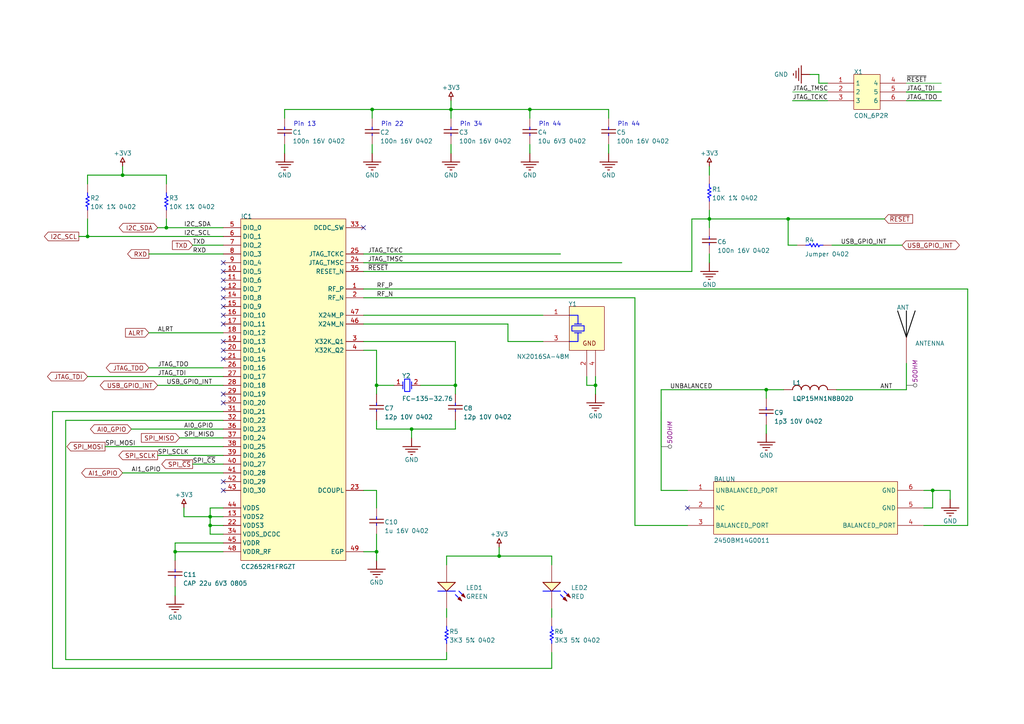
<source format=kicad_sch>
(kicad_sch (version 20230121) (generator eeschema)

  (uuid a81e1a62-1ecb-400f-b202-8d575312b553)

  (paper "A4")

  (lib_symbols
    (symbol "OpenAXES-altium-import:+3V3" (power) (in_bom yes) (on_board yes)
      (property "Reference" "#PWR" (at 0 0 0)
        (effects (font (size 1.27 1.27)))
      )
      (property "Value" "+3V3" (at 0 3.81 0)
        (effects (font (size 1.27 1.27)))
      )
      (property "Footprint" "" (at 0 0 0)
        (effects (font (size 1.27 1.27)) hide)
      )
      (property "Datasheet" "" (at 0 0 0)
        (effects (font (size 1.27 1.27)) hide)
      )
      (property "ki_keywords" "power-flag" (at 0 0 0)
        (effects (font (size 1.27 1.27)) hide)
      )
      (property "ki_description" "Power symbol creates a global label with name '+3V3'" (at 0 0 0)
        (effects (font (size 1.27 1.27)) hide)
      )
      (symbol "+3V3_0_0"
        (polyline
          (pts
            (xy 0 0)
            (xy 0 -1.27)
          )
          (stroke (width 0.254) (type solid))
          (fill (type none))
        )
        (polyline
          (pts
            (xy -0.635 -1.27)
            (xy 0.635 -1.27)
            (xy 0 -2.54)
            (xy -0.635 -1.27)
          )
          (stroke (width 0.254) (type solid))
          (fill (type none))
        )
        (pin power_in line (at 0 0 0) (length 0) hide
          (name "+3V3" (effects (font (size 1.27 1.27))))
          (number "" (effects (font (size 1.27 1.27))))
        )
      )
    )
    (symbol "OpenAXES-altium-import:GND" (power) (in_bom yes) (on_board yes)
      (property "Reference" "#PWR" (at 0 0 0)
        (effects (font (size 1.27 1.27)))
      )
      (property "Value" "GND" (at 0 6.35 0)
        (effects (font (size 1.27 1.27)))
      )
      (property "Footprint" "" (at 0 0 0)
        (effects (font (size 1.27 1.27)) hide)
      )
      (property "Datasheet" "" (at 0 0 0)
        (effects (font (size 1.27 1.27)) hide)
      )
      (property "ki_keywords" "power-flag" (at 0 0 0)
        (effects (font (size 1.27 1.27)) hide)
      )
      (property "ki_description" "Power symbol creates a global label with name 'GND'" (at 0 0 0)
        (effects (font (size 1.27 1.27)) hide)
      )
      (symbol "GND_0_0"
        (polyline
          (pts
            (xy -2.54 -2.54)
            (xy 2.54 -2.54)
          )
          (stroke (width 0.254) (type solid))
          (fill (type none))
        )
        (polyline
          (pts
            (xy -1.778 -3.302)
            (xy 1.778 -3.302)
          )
          (stroke (width 0.254) (type solid))
          (fill (type none))
        )
        (polyline
          (pts
            (xy -1.016 -4.064)
            (xy 1.016 -4.064)
          )
          (stroke (width 0.254) (type solid))
          (fill (type none))
        )
        (polyline
          (pts
            (xy -0.254 -4.826)
            (xy 0.254 -4.826)
          )
          (stroke (width 0.254) (type solid))
          (fill (type none))
        )
        (polyline
          (pts
            (xy 0 0)
            (xy 0 -2.54)
          )
          (stroke (width 0.254) (type solid))
          (fill (type none))
        )
        (pin power_in line (at 0 0 0) (length 0) hide
          (name "GND" (effects (font (size 1.27 1.27))))
          (number "" (effects (font (size 1.27 1.27))))
        )
      )
    )
    (symbol "OpenAXES-altium-import:root_0_2450BM14G0011" (in_bom yes) (on_board yes)
      (property "Reference" "" (at 0 0 0)
        (effects (font (size 1.27 1.27)))
      )
      (property "Value" "" (at 0 0 0)
        (effects (font (size 1.27 1.27)))
      )
      (property "Footprint" "" (at 0 0 0)
        (effects (font (size 1.27 1.27)) hide)
      )
      (property "Datasheet" "" (at 0 0 0)
        (effects (font (size 1.27 1.27)) hide)
      )
      (property "ki_fp_filters" "SON50P80X70-6L" (at 0 0 0)
        (effects (font (size 1.27 1.27)) hide)
      )
      (symbol "root_0_2450BM14G0011_1_0"
        (rectangle (start 60.96 2.54) (end 7.62 -12.7)
          (stroke (width 0) (type solid))
          (fill (type background))
        )
        (pin input line (at 0 0 0) (length 7.62)
          (name "UNBALANCED_PORT" (effects (font (size 1.27 1.27))))
          (number "1" (effects (font (size 1.27 1.27))))
        )
        (pin input line (at 0 -5.08 0) (length 7.62)
          (name "NC" (effects (font (size 1.27 1.27))))
          (number "2" (effects (font (size 1.27 1.27))))
        )
        (pin input line (at 0 -10.16 0) (length 7.62)
          (name "BALANCED_PORT" (effects (font (size 1.27 1.27))))
          (number "3" (effects (font (size 1.27 1.27))))
        )
        (pin input line (at 68.58 -10.16 180) (length 7.62)
          (name "BALANCED_PORT" (effects (font (size 1.27 1.27))))
          (number "4" (effects (font (size 1.27 1.27))))
        )
        (pin input line (at 68.58 -5.08 180) (length 7.62)
          (name "GND" (effects (font (size 1.27 1.27))))
          (number "5" (effects (font (size 1.27 1.27))))
        )
        (pin input line (at 68.58 0 180) (length 7.62)
          (name "GND" (effects (font (size 1.27 1.27))))
          (number "6" (effects (font (size 1.27 1.27))))
        )
      )
    )
    (symbol "OpenAXES-altium-import:root_0_ANTENNA" (in_bom yes) (on_board yes)
      (property "Reference" "" (at 0 0 0)
        (effects (font (size 1.27 1.27)))
      )
      (property "Value" "" (at 0 0 0)
        (effects (font (size 1.27 1.27)))
      )
      (property "Footprint" "" (at 0 0 0)
        (effects (font (size 1.27 1.27)) hide)
      )
      (property "Datasheet" "" (at 0 0 0)
        (effects (font (size 1.27 1.27)) hide)
      )
      (property "ki_fp_filters" "MOLEX_47948-0001" (at 0 0 0)
        (effects (font (size 1.27 1.27)) hide)
      )
      (symbol "root_0_ANTENNA_1_0"
        (polyline
          (pts
            (xy -2.54 15.24)
            (xy 0 7.62)
          )
          (stroke (width 0.254) (type solid) (color 0 0 0 1))
          (fill (type none))
        )
        (polyline
          (pts
            (xy 0 7.62)
            (xy 0 15.24)
          )
          (stroke (width 0.254) (type solid) (color 0 0 0 1))
          (fill (type none))
        )
        (polyline
          (pts
            (xy 0 7.62)
            (xy 2.54 15.24)
          )
          (stroke (width 0.254) (type solid) (color 0 0 0 1))
          (fill (type none))
        )
        (pin passive line (at 0 0 90) (length 7.62)
          (name "23" (effects (font (size 0 0))))
          (number "ANTENNA" (effects (font (size 0 0))))
        )
      )
    )
    (symbol "OpenAXES-altium-import:root_0_CON_6P2R" (in_bom yes) (on_board yes)
      (property "Reference" "" (at 0 0 0)
        (effects (font (size 1.27 1.27)))
      )
      (property "Value" "" (at 0 0 0)
        (effects (font (size 1.27 1.27)))
      )
      (property "Footprint" "" (at 0 0 0)
        (effects (font (size 1.27 1.27)) hide)
      )
      (property "Datasheet" "" (at 0 0 0)
        (effects (font (size 1.27 1.27)) hide)
      )
      (property "ki_fp_filters" "JTAG_Con" (at 0 0 0)
        (effects (font (size 1.27 1.27)) hide)
      )
      (symbol "root_0_CON_6P2R_1_0"
        (rectangle (start 15.24 2.54) (end 7.62 -7.62)
          (stroke (width 0) (type solid))
          (fill (type background))
        )
        (pin passive line (at 0 0 0) (length 7.62)
          (name "1" (effects (font (size 1.27 1.27))))
          (number "1" (effects (font (size 1.27 1.27))))
        )
        (pin passive line (at 0 -2.54 0) (length 7.62)
          (name "2" (effects (font (size 1.27 1.27))))
          (number "2" (effects (font (size 1.27 1.27))))
        )
        (pin passive line (at 0 -5.08 0) (length 7.62)
          (name "3" (effects (font (size 1.27 1.27))))
          (number "3" (effects (font (size 1.27 1.27))))
        )
        (pin passive line (at 22.86 0 180) (length 7.62)
          (name "4" (effects (font (size 1.27 1.27))))
          (number "4" (effects (font (size 1.27 1.27))))
        )
        (pin passive line (at 22.86 -2.54 180) (length 7.62)
          (name "5" (effects (font (size 1.27 1.27))))
          (number "5" (effects (font (size 1.27 1.27))))
        )
        (pin passive line (at 22.86 -5.08 180) (length 7.62)
          (name "6" (effects (font (size 1.27 1.27))))
          (number "6" (effects (font (size 1.27 1.27))))
        )
      )
    )
    (symbol "OpenAXES-altium-import:root_0_IND-2" (in_bom yes) (on_board yes)
      (property "Reference" "" (at 0 0 0)
        (effects (font (size 1.27 1.27)))
      )
      (property "Value" "" (at 0 0 0)
        (effects (font (size 1.27 1.27)))
      )
      (property "Footprint" "" (at 0 0 0)
        (effects (font (size 1.27 1.27)) hide)
      )
      (property "Datasheet" "" (at 0 0 0)
        (effects (font (size 1.27 1.27)) hide)
      )
      (property "ki_description" "Chip Inductor, 1.8 nH, +/- 0.1 nH, 280 mA, -40 to 85 degC, 0402 (1005 Metric), RoHS, Tape and Reel" (at 0 0 0)
        (effects (font (size 1.27 1.27)) hide)
      )
      (property "ki_fp_filters" "INDC1005X45X25ML10T10" (at 0 0 0)
        (effects (font (size 1.27 1.27)) hide)
      )
      (symbol "root_0_IND-2_1_0"
        (arc (start 1.27 1.27) (mid 0.372 0.898) (end 0 0)
          (stroke (width 0.254) (type solid))
          (fill (type none))
        )
        (arc (start 2.54 0) (mid 2.168 0.898) (end 1.27 1.27)
          (stroke (width 0.254) (type solid))
          (fill (type none))
        )
        (arc (start 3.81 1.27) (mid 2.912 0.898) (end 2.54 0)
          (stroke (width 0.254) (type solid))
          (fill (type none))
        )
        (arc (start 5.08 0) (mid 4.708 0.898) (end 3.81 1.27)
          (stroke (width 0.254) (type solid))
          (fill (type none))
        )
        (arc (start 6.35 1.27) (mid 5.452 0.898) (end 5.08 0)
          (stroke (width 0.254) (type solid))
          (fill (type none))
        )
        (arc (start 7.62 0) (mid 7.248 0.898) (end 6.35 1.27)
          (stroke (width 0.254) (type solid))
          (fill (type none))
        )
        (arc (start 8.89 1.27) (mid 7.992 0.898) (end 7.62 0)
          (stroke (width 0.254) (type solid))
          (fill (type none))
        )
        (arc (start 10.16 0) (mid 9.788 0.898) (end 8.89 1.27)
          (stroke (width 0.254) (type solid))
          (fill (type none))
        )
        (pin passive line (at -2.54 0 0) (length 2.54)
          (name "1" (effects (font (size 0 0))))
          (number "1" (effects (font (size 0 0))))
        )
        (pin passive line (at 12.7 0 180) (length 2.54)
          (name "2" (effects (font (size 0 0))))
          (number "2" (effects (font (size 0 0))))
        )
      )
    )
    (symbol "OpenAXES-altium-import:root_0_NX2016SA" (in_bom yes) (on_board yes)
      (property "Reference" "" (at 0 0 0)
        (effects (font (size 1.27 1.27)))
      )
      (property "Value" "" (at 0 0 0)
        (effects (font (size 1.27 1.27)))
      )
      (property "Footprint" "" (at 0 0 0)
        (effects (font (size 1.27 1.27)) hide)
      )
      (property "Datasheet" "" (at 0 0 0)
        (effects (font (size 1.27 1.27)) hide)
      )
      (property "ki_fp_filters" "Crystal_2016" (at 0 0 0)
        (effects (font (size 1.27 1.27)) hide)
      )
      (symbol "root_0_NX2016SA_1_0"
        (polyline
          (pts
            (xy 11.176 -7.62)
            (xy 9.144 -7.62)
          )
          (stroke (width 0.254) (type solid) (color 0 0 255 1))
          (fill (type none))
        )
        (polyline
          (pts
            (xy 11.176 -5.08)
            (xy 9.144 -5.08)
          )
          (stroke (width 0.254) (type solid) (color 0 0 255 1))
          (fill (type none))
        )
        (polyline
          (pts
            (xy 11.938 -5.588)
            (xy 11.938 -7.112)
          )
          (stroke (width 0.254) (type solid) (color 0 0 255 1))
          (fill (type none))
        )
        (polyline
          (pts
            (xy 7.62 -10.16)
            (xy 10.16 -10.16)
            (xy 10.16 -7.62)
          )
          (stroke (width 0.254) (type solid) (color 0 0 255 1))
          (fill (type none))
        )
        (polyline
          (pts
            (xy 7.62 -2.54)
            (xy 10.16 -2.54)
            (xy 10.16 -5.08)
          )
          (stroke (width 0.254) (type solid) (color 0 0 255 1))
          (fill (type none))
        )
        (polyline
          (pts
            (xy 11.938 -7.112)
            (xy 8.382 -7.112)
            (xy 8.382 -5.588)
            (xy 11.938 -5.588)
          )
          (stroke (width 0.254) (type solid) (color 0 0 255 1))
          (fill (type none))
        )
        (rectangle (start 17.78 0) (end 7.62 -12.7)
          (stroke (width 0) (type solid))
          (fill (type background))
        )
        (text "GND" (at 11.43 -11.43 0)
          (effects (font (size 1.27 1.27)) (justify left bottom))
        )
        (pin passive line (at 0 -2.54 0) (length 7.62)
          (name "X1" (effects (font (size 0 0))))
          (number "1" (effects (font (size 1.27 1.27))))
        )
        (pin passive line (at 12.7 -20.32 90) (length 7.62)
          (name "GND" (effects (font (size 0 0))))
          (number "2" (effects (font (size 1.27 1.27))))
        )
        (pin passive line (at 0 -10.16 0) (length 7.62)
          (name "X2" (effects (font (size 0 0))))
          (number "3" (effects (font (size 1.27 1.27))))
        )
        (pin passive line (at 15.24 -20.32 90) (length 7.62)
          (name "GND" (effects (font (size 0 0))))
          (number "4" (effects (font (size 1.27 1.27))))
        )
      )
    )
    (symbol "OpenAXES-altium-import:root_0_RES" (in_bom yes) (on_board yes)
      (property "Reference" "" (at 0 0 0)
        (effects (font (size 1.27 1.27)))
      )
      (property "Value" "" (at 0 0 0)
        (effects (font (size 1.27 1.27)))
      )
      (property "Footprint" "" (at 0 0 0)
        (effects (font (size 1.27 1.27)) hide)
      )
      (property "Datasheet" "" (at 0 0 0)
        (effects (font (size 1.27 1.27)) hide)
      )
      (property "ki_description" "Jumper 0402 (1005 Metric)" (at 0 0 0)
        (effects (font (size 1.27 1.27)) hide)
      )
      (property "ki_fp_filters" "RESC0402(1005)_L" (at 0 0 0)
        (effects (font (size 1.27 1.27)) hide)
      )
      (symbol "root_0_RES_1_0"
        (polyline
          (pts
            (xy 5.08 -2.54)
            (xy 4.064 -2.54)
            (xy 3.81 -3.048)
            (xy 3.302 -2.032)
            (xy 2.794 -3.048)
            (xy 2.286 -2.032)
            (xy 1.778 -3.048)
            (xy 1.27 -2.032)
            (xy 1.016 -2.54)
            (xy 0 -2.54)
          )
          (stroke (width 0.254) (type solid) (color 0 0 255 1))
          (fill (type none))
        )
        (pin passive line (at -2.54 -2.54 0) (length 2.54)
          (name "1" (effects (font (size 0 0))))
          (number "1" (effects (font (size 0 0))))
        )
        (pin passive line (at 7.62 -2.54 180) (length 2.54)
          (name "2" (effects (font (size 0 0))))
          (number "2" (effects (font (size 0 0))))
        )
      )
    )
    (symbol "OpenAXES-altium-import:root_0_TI-CC2650-VFQFN-48" (in_bom yes) (on_board yes)
      (property "Reference" "" (at 0 0 0)
        (effects (font (size 1.27 1.27)))
      )
      (property "Value" "" (at 0 0 0)
        (effects (font (size 1.27 1.27)))
      )
      (property "Footprint" "" (at 0 0 0)
        (effects (font (size 1.27 1.27)) hide)
      )
      (property "Datasheet" "" (at 0 0 0)
        (effects (font (size 1.27 1.27)) hide)
      )
      (property "ki_description" "CC2650 SimpleLink(TM) Multistandard Wireless MCU, 1.8 to 3.8 V, -40 to 85 degC, 48-Pin VFQFN, Green (RoHS & no Sb/Br), Tape and Reel" (at 0 0 0)
        (effects (font (size 1.27 1.27)) hide)
      )
      (property "ki_fp_filters" "RGZ0048A_V" (at 0 0 0)
        (effects (font (size 1.27 1.27)) hide)
      )
      (symbol "root_0_TI-CC2650-VFQFN-48_1_0"
        (rectangle (start 30.48 0) (end 0 -99.06)
          (stroke (width 0) (type solid))
          (fill (type background))
        )
        (pin bidirectional line (at 35.56 -20.32 180) (length 5.08)
          (name "RF_P" (effects (font (size 1.27 1.27))))
          (number "1" (effects (font (size 1.27 1.27))))
        )
        (pin bidirectional line (at -5.08 -15.24 0) (length 5.08)
          (name "DIO_5" (effects (font (size 1.27 1.27))))
          (number "10" (effects (font (size 1.27 1.27))))
        )
        (pin bidirectional line (at -5.08 -17.78 0) (length 5.08)
          (name "DIO_6" (effects (font (size 1.27 1.27))))
          (number "11" (effects (font (size 1.27 1.27))))
        )
        (pin bidirectional line (at -5.08 -20.32 0) (length 5.08)
          (name "DIO_7" (effects (font (size 1.27 1.27))))
          (number "12" (effects (font (size 1.27 1.27))))
        )
        (pin power_in line (at -5.08 -86.36 0) (length 5.08)
          (name "VDDS2" (effects (font (size 1.27 1.27))))
          (number "13" (effects (font (size 1.27 1.27))))
        )
        (pin bidirectional line (at -5.08 -22.86 0) (length 5.08)
          (name "DIO_8" (effects (font (size 1.27 1.27))))
          (number "14" (effects (font (size 1.27 1.27))))
        )
        (pin bidirectional line (at -5.08 -25.4 0) (length 5.08)
          (name "DIO_9" (effects (font (size 1.27 1.27))))
          (number "15" (effects (font (size 1.27 1.27))))
        )
        (pin bidirectional line (at -5.08 -27.94 0) (length 5.08)
          (name "DIO_10" (effects (font (size 1.27 1.27))))
          (number "16" (effects (font (size 1.27 1.27))))
        )
        (pin bidirectional line (at -5.08 -30.48 0) (length 5.08)
          (name "DIO_11" (effects (font (size 1.27 1.27))))
          (number "17" (effects (font (size 1.27 1.27))))
        )
        (pin bidirectional line (at -5.08 -33.02 0) (length 5.08)
          (name "DIO_12" (effects (font (size 1.27 1.27))))
          (number "18" (effects (font (size 1.27 1.27))))
        )
        (pin bidirectional line (at -5.08 -35.56 0) (length 5.08)
          (name "DIO_13" (effects (font (size 1.27 1.27))))
          (number "19" (effects (font (size 1.27 1.27))))
        )
        (pin bidirectional line (at 35.56 -22.86 180) (length 5.08)
          (name "RF_N" (effects (font (size 1.27 1.27))))
          (number "2" (effects (font (size 1.27 1.27))))
        )
        (pin bidirectional line (at -5.08 -38.1 0) (length 5.08)
          (name "DIO_14" (effects (font (size 1.27 1.27))))
          (number "20" (effects (font (size 1.27 1.27))))
        )
        (pin bidirectional line (at -5.08 -40.64 0) (length 5.08)
          (name "DIO_15" (effects (font (size 1.27 1.27))))
          (number "21" (effects (font (size 1.27 1.27))))
        )
        (pin power_in line (at -5.08 -88.9 0) (length 5.08)
          (name "VDDS3" (effects (font (size 1.27 1.27))))
          (number "22" (effects (font (size 1.27 1.27))))
        )
        (pin passive line (at 35.56 -78.74 180) (length 5.08)
          (name "DCOUPL" (effects (font (size 1.27 1.27))))
          (number "23" (effects (font (size 1.27 1.27))))
        )
        (pin bidirectional line (at 35.56 -12.7 180) (length 5.08)
          (name "JTAG_TMSC" (effects (font (size 1.27 1.27))))
          (number "24" (effects (font (size 1.27 1.27))))
        )
        (pin bidirectional line (at 35.56 -10.16 180) (length 5.08)
          (name "JTAG_TCKC" (effects (font (size 1.27 1.27))))
          (number "25" (effects (font (size 1.27 1.27))))
        )
        (pin bidirectional line (at -5.08 -43.18 0) (length 5.08)
          (name "DIO_16" (effects (font (size 1.27 1.27))))
          (number "26" (effects (font (size 1.27 1.27))))
        )
        (pin bidirectional line (at -5.08 -45.72 0) (length 5.08)
          (name "DIO_17" (effects (font (size 1.27 1.27))))
          (number "27" (effects (font (size 1.27 1.27))))
        )
        (pin bidirectional line (at -5.08 -48.26 0) (length 5.08)
          (name "DIO_18" (effects (font (size 1.27 1.27))))
          (number "28" (effects (font (size 1.27 1.27))))
        )
        (pin bidirectional line (at -5.08 -50.8 0) (length 5.08)
          (name "DIO_19" (effects (font (size 1.27 1.27))))
          (number "29" (effects (font (size 1.27 1.27))))
        )
        (pin passive line (at 35.56 -35.56 180) (length 5.08)
          (name "X32K_Q1" (effects (font (size 1.27 1.27))))
          (number "3" (effects (font (size 1.27 1.27))))
        )
        (pin bidirectional line (at -5.08 -53.34 0) (length 5.08)
          (name "DIO_20" (effects (font (size 1.27 1.27))))
          (number "30" (effects (font (size 1.27 1.27))))
        )
        (pin bidirectional line (at -5.08 -55.88 0) (length 5.08)
          (name "DIO_21" (effects (font (size 1.27 1.27))))
          (number "31" (effects (font (size 1.27 1.27))))
        )
        (pin bidirectional line (at -5.08 -58.42 0) (length 5.08)
          (name "DIO_22" (effects (font (size 1.27 1.27))))
          (number "32" (effects (font (size 1.27 1.27))))
        )
        (pin power_in line (at 35.56 -2.54 180) (length 5.08)
          (name "DCDC_SW" (effects (font (size 1.27 1.27))))
          (number "33" (effects (font (size 1.27 1.27))))
        )
        (pin power_in line (at -5.08 -91.44 0) (length 5.08)
          (name "VDDS_DCDC" (effects (font (size 1.27 1.27))))
          (number "34" (effects (font (size 1.27 1.27))))
        )
        (pin input line (at 35.56 -15.24 180) (length 5.08)
          (name "RESET_N" (effects (font (size 1.27 1.27))))
          (number "35" (effects (font (size 1.27 1.27))))
        )
        (pin bidirectional line (at -5.08 -60.96 0) (length 5.08)
          (name "DIO_23" (effects (font (size 1.27 1.27))))
          (number "36" (effects (font (size 1.27 1.27))))
        )
        (pin bidirectional line (at -5.08 -63.5 0) (length 5.08)
          (name "DIO_24" (effects (font (size 1.27 1.27))))
          (number "37" (effects (font (size 1.27 1.27))))
        )
        (pin bidirectional line (at -5.08 -66.04 0) (length 5.08)
          (name "DIO_25" (effects (font (size 1.27 1.27))))
          (number "38" (effects (font (size 1.27 1.27))))
        )
        (pin bidirectional line (at -5.08 -68.58 0) (length 5.08)
          (name "DIO_26" (effects (font (size 1.27 1.27))))
          (number "39" (effects (font (size 1.27 1.27))))
        )
        (pin passive line (at 35.56 -38.1 180) (length 5.08)
          (name "X32K_Q2" (effects (font (size 1.27 1.27))))
          (number "4" (effects (font (size 1.27 1.27))))
        )
        (pin bidirectional line (at -5.08 -71.12 0) (length 5.08)
          (name "DIO_27" (effects (font (size 1.27 1.27))))
          (number "40" (effects (font (size 1.27 1.27))))
        )
        (pin bidirectional line (at -5.08 -73.66 0) (length 5.08)
          (name "DIO_28" (effects (font (size 1.27 1.27))))
          (number "41" (effects (font (size 1.27 1.27))))
        )
        (pin bidirectional line (at -5.08 -76.2 0) (length 5.08)
          (name "DIO_29" (effects (font (size 1.27 1.27))))
          (number "42" (effects (font (size 1.27 1.27))))
        )
        (pin bidirectional line (at -5.08 -78.74 0) (length 5.08)
          (name "DIO_30" (effects (font (size 1.27 1.27))))
          (number "43" (effects (font (size 1.27 1.27))))
        )
        (pin power_in line (at -5.08 -83.82 0) (length 5.08)
          (name "VDDS" (effects (font (size 1.27 1.27))))
          (number "44" (effects (font (size 1.27 1.27))))
        )
        (pin power_in line (at -5.08 -93.98 0) (length 5.08)
          (name "VDDR" (effects (font (size 1.27 1.27))))
          (number "45" (effects (font (size 1.27 1.27))))
        )
        (pin passive line (at 35.56 -30.48 180) (length 5.08)
          (name "X24M_N" (effects (font (size 1.27 1.27))))
          (number "46" (effects (font (size 1.27 1.27))))
        )
        (pin passive line (at 35.56 -27.94 180) (length 5.08)
          (name "X24M_P" (effects (font (size 1.27 1.27))))
          (number "47" (effects (font (size 1.27 1.27))))
        )
        (pin power_in line (at -5.08 -96.52 0) (length 5.08)
          (name "VDDR_RF" (effects (font (size 1.27 1.27))))
          (number "48" (effects (font (size 1.27 1.27))))
        )
        (pin power_in line (at 35.56 -96.52 180) (length 5.08)
          (name "EGP" (effects (font (size 1.27 1.27))))
          (number "49" (effects (font (size 1.27 1.27))))
        )
        (pin bidirectional line (at -5.08 -2.54 0) (length 5.08)
          (name "DIO_0" (effects (font (size 1.27 1.27))))
          (number "5" (effects (font (size 1.27 1.27))))
        )
        (pin bidirectional line (at -5.08 -5.08 0) (length 5.08)
          (name "DIO_1" (effects (font (size 1.27 1.27))))
          (number "6" (effects (font (size 1.27 1.27))))
        )
        (pin bidirectional line (at -5.08 -7.62 0) (length 5.08)
          (name "DIO_2" (effects (font (size 1.27 1.27))))
          (number "7" (effects (font (size 1.27 1.27))))
        )
        (pin bidirectional line (at -5.08 -10.16 0) (length 5.08)
          (name "DIO_3" (effects (font (size 1.27 1.27))))
          (number "8" (effects (font (size 1.27 1.27))))
        )
        (pin bidirectional line (at -5.08 -12.7 0) (length 5.08)
          (name "DIO_4" (effects (font (size 1.27 1.27))))
          (number "9" (effects (font (size 1.27 1.27))))
        )
      )
    )
    (symbol "OpenAXES-altium-import:root_0_XTAL-1-2-2" (in_bom yes) (on_board yes)
      (property "Reference" "" (at 0 0 0)
        (effects (font (size 1.27 1.27)))
      )
      (property "Value" "" (at 0 0 0)
        (effects (font (size 1.27 1.27)))
      )
      (property "Footprint" "" (at 0 0 0)
        (effects (font (size 1.27 1.27)) hide)
      )
      (property "Datasheet" "" (at 0 0 0)
        (effects (font (size 1.27 1.27)) hide)
      )
      (property "ki_description" "Crystal Unit, 32 to 77.5 KHz, 0.5 uW, -40 to 85 degC, 2-Pin SMD, RoHS" (at 0 0 0)
        (effects (font (size 1.27 1.27)) hide)
      )
      (property "ki_fp_filters" "EPSON-FC-135_V" (at 0 0 0)
        (effects (font (size 1.27 1.27)) hide)
      )
      (symbol "root_0_XTAL-1-2-2_1_0"
        (polyline
          (pts
            (xy 0 -1.524)
            (xy 0 -3.556)
          )
          (stroke (width 0.254) (type solid) (color 0 0 255 1))
          (fill (type none))
        )
        (polyline
          (pts
            (xy 0.508 -0.762)
            (xy 2.032 -0.762)
          )
          (stroke (width 0.254) (type solid) (color 0 0 255 1))
          (fill (type none))
        )
        (polyline
          (pts
            (xy 2.54 -1.524)
            (xy 2.54 -3.556)
          )
          (stroke (width 0.254) (type solid) (color 0 0 255 1))
          (fill (type none))
        )
        (polyline
          (pts
            (xy 2.032 -0.762)
            (xy 2.032 -4.318)
            (xy 0.508 -4.318)
            (xy 0.508 -0.762)
          )
          (stroke (width 0.254) (type solid) (color 0 0 255 1))
          (fill (type none))
        )
        (pin passive line (at -2.54 -2.54 0) (length 2.54)
          (name "1" (effects (font (size 0 0))))
          (number "1" (effects (font (size 1.27 1.27))))
        )
        (pin passive line (at 5.08 -2.54 180) (length 2.54)
          (name "2" (effects (font (size 0 0))))
          (number "2" (effects (font (size 1.27 1.27))))
        )
      )
    )
    (symbol "OpenAXES-altium-import:root_1_CAP" (in_bom yes) (on_board yes)
      (property "Reference" "" (at 0 0 0)
        (effects (font (size 1.27 1.27)))
      )
      (property "Value" "" (at 0 0 0)
        (effects (font (size 1.27 1.27)))
      )
      (property "Footprint" "" (at 0 0 0)
        (effects (font (size 1.27 1.27)) hide)
      )
      (property "Datasheet" "" (at 0 0 0)
        (effects (font (size 1.27 1.27)) hide)
      )
      (property "ki_description" "CAP 100nF 16V ±10% 0402 (1005 Metric) Thickness 0.6mm SMD" (at 0 0 0)
        (effects (font (size 1.27 1.27)) hide)
      )
      (property "ki_fp_filters" "CAPC0402(1005)60_L" (at 0 0 0)
        (effects (font (size 1.27 1.27)) hide)
      )
      (symbol "root_1_CAP_1_0"
        (polyline
          (pts
            (xy 0.508 1.778)
            (xy 4.572 1.778)
          )
          (stroke (width 0.254) (type solid))
          (fill (type none))
        )
        (polyline
          (pts
            (xy 2.54 0)
            (xy 2.54 0.762)
          )
          (stroke (width 0.254) (type solid) (color 0 0 255 1))
          (fill (type none))
        )
        (polyline
          (pts
            (xy 2.54 2.54)
            (xy 2.54 1.778)
          )
          (stroke (width 0.254) (type solid) (color 0 0 255 1))
          (fill (type none))
        )
        (polyline
          (pts
            (xy 4.572 0.762)
            (xy 0.508 0.762)
          )
          (stroke (width 0.254) (type solid))
          (fill (type none))
        )
        (pin passive line (at 2.54 -2.54 90) (length 2.54)
          (name "1" (effects (font (size 0 0))))
          (number "1" (effects (font (size 0 0))))
        )
        (pin passive line (at 2.54 5.08 270) (length 2.54)
          (name "2" (effects (font (size 0 0))))
          (number "2" (effects (font (size 0 0))))
        )
      )
    )
    (symbol "OpenAXES-altium-import:root_1_RES" (in_bom yes) (on_board yes)
      (property "Reference" "" (at 0 0 0)
        (effects (font (size 1.27 1.27)))
      )
      (property "Value" "" (at 0 0 0)
        (effects (font (size 1.27 1.27)))
      )
      (property "Footprint" "" (at 0 0 0)
        (effects (font (size 1.27 1.27)) hide)
      )
      (property "Datasheet" "" (at 0 0 0)
        (effects (font (size 1.27 1.27)) hide)
      )
      (property "ki_description" "10K 0.063W 1% 0402 (1005 Metric)  SMD" (at 0 0 0)
        (effects (font (size 1.27 1.27)) hide)
      )
      (property "ki_fp_filters" "RESC0402(1005)_L" (at 0 0 0)
        (effects (font (size 1.27 1.27)) hide)
      )
      (symbol "root_1_RES_1_0"
        (polyline
          (pts
            (xy 2.54 5.08)
            (xy 2.54 4.064)
            (xy 3.048 3.81)
            (xy 2.032 3.302)
            (xy 3.048 2.794)
            (xy 2.032 2.286)
            (xy 3.048 1.778)
            (xy 2.032 1.27)
            (xy 2.54 1.016)
            (xy 2.54 0)
          )
          (stroke (width 0.254) (type solid) (color 0 0 255 1))
          (fill (type none))
        )
        (pin passive line (at 2.54 -2.54 90) (length 2.54)
          (name "1" (effects (font (size 0 0))))
          (number "1" (effects (font (size 0 0))))
        )
        (pin passive line (at 2.54 7.62 270) (length 2.54)
          (name "2" (effects (font (size 0 0))))
          (number "2" (effects (font (size 0 0))))
        )
      )
    )
    (symbol "OpenAXES-altium-import:root_3_LED" (in_bom yes) (on_board yes)
      (property "Reference" "" (at 0 0 0)
        (effects (font (size 1.27 1.27)))
      )
      (property "Value" "" (at 0 0 0)
        (effects (font (size 1.27 1.27)))
      )
      (property "Footprint" "" (at 0 0 0)
        (effects (font (size 1.27 1.27)) hide)
      )
      (property "Datasheet" "" (at 0 0 0)
        (effects (font (size 1.27 1.27)) hide)
      )
      (property "ki_description" "Generic 0402 LED" (at 0 0 0)
        (effects (font (size 1.27 1.27)) hide)
      )
      (property "ki_fp_filters" "LED_0402" (at 0 0 0)
        (effects (font (size 1.27 1.27)) hide)
      )
      (symbol "root_3_LED_1_0"
        (polyline
          (pts
            (xy 2.54 -3.556)
            (xy 4.318 -5.334)
          )
          (stroke (width 0.254) (type solid) (color 0 0 255 1))
          (fill (type none))
        )
        (polyline
          (pts
            (xy 2.54 -2.54)
            (xy -2.54 -2.54)
          )
          (stroke (width 0.254) (type solid) (color 0 0 255 1))
          (fill (type none))
        )
        (polyline
          (pts
            (xy 3.556 -2.54)
            (xy 5.334 -4.318)
          )
          (stroke (width 0.254) (type solid) (color 0 0 255 1))
          (fill (type none))
        )
        (polyline
          (pts
            (xy -2.54 0)
            (xy 0 -2.54)
            (xy 2.54 0)
            (xy -2.54 0)
          )
          (stroke (width 0.254) (type solid))
          (fill (type background))
        )
        (polyline
          (pts
            (xy 4.318 -5.334)
            (xy 3.81 -4.318)
            (xy 3.302 -4.826)
            (xy 4.318 -5.334)
          )
          (stroke (width 0.254) (type solid))
          (fill (type outline))
        )
        (polyline
          (pts
            (xy 5.334 -4.318)
            (xy 4.826 -3.302)
            (xy 4.318 -3.81)
            (xy 5.334 -4.318)
          )
          (stroke (width 0.254) (type solid))
          (fill (type outline))
        )
        (pin passive line (at 0 5.08 270) (length 5.08)
          (name "ANODE" (effects (font (size 0 0))))
          (number "ANODE" (effects (font (size 0 0))))
        )
        (pin passive line (at 0 -7.62 90) (length 5.08)
          (name "CATHODE" (effects (font (size 0 0))))
          (number "CATHODE" (effects (font (size 0 0))))
        )
      )
    )
  )

  (junction (at 144.78 161.29) (diameter 0) (color 0 0 0 0)
    (uuid 1e0549b1-0d1a-4f7d-aa9b-5d527a679482)
  )
  (junction (at 50.8 160.02) (diameter 0) (color 0 0 0 0)
    (uuid 47bdc4bb-da31-401a-881d-32a749ad7d8e)
  )
  (junction (at 119.38 124.46) (diameter 0) (color 0 0 0 0)
    (uuid 4b6fbd66-fb75-4e74-8061-3029077142ae)
  )
  (junction (at 60.96 149.86) (diameter 0) (color 0 0 0 0)
    (uuid 4d6f54ee-4b33-4cfc-b642-3af7fd6957ce)
  )
  (junction (at 107.95 31.75) (diameter 0) (color 0 0 0 0)
    (uuid 527b31ca-d8a3-4d2e-a105-4f927617fbc7)
  )
  (junction (at 172.72 111.76) (diameter 0) (color 0 0 0 0)
    (uuid 5d3f9131-ac0e-44ed-bb68-bcb6a301feb1)
  )
  (junction (at 109.22 160.02) (diameter 0) (color 0 0 0 0)
    (uuid 5e5d938a-0f2b-4596-b3e2-5a074b0d3a3c)
  )
  (junction (at 109.22 111.76) (diameter 0) (color 0 0 0 0)
    (uuid 7d72c5b3-fece-4035-b001-1eea8ef236dc)
  )
  (junction (at 228.6 63.5) (diameter 0) (color 0 0 0 0)
    (uuid 83a4677e-ca18-4907-8871-be47092ff7a8)
  )
  (junction (at 130.81 31.75) (diameter 0) (color 0 0 0 0)
    (uuid 87f44867-4eb6-45f8-88b1-32db7331b024)
  )
  (junction (at 270.51 142.24) (diameter 0) (color 0 0 0 0)
    (uuid 9a0d8df3-5d7b-4877-a885-9d1a59396eee)
  )
  (junction (at 60.96 152.4) (diameter 0) (color 0 0 0 0)
    (uuid a789e09d-d175-489d-8cdc-270664822a18)
  )
  (junction (at 132.08 111.76) (diameter 0) (color 0 0 0 0)
    (uuid b41decdc-bbb1-4f56-b7c6-1824f66afbe5)
  )
  (junction (at 25.4 68.58) (diameter 0) (color 0 0 0 0)
    (uuid bbc50d3a-e158-41ff-921c-d99f9de5aed2)
  )
  (junction (at 153.67 31.75) (diameter 0) (color 0 0 0 0)
    (uuid bd41e4d4-20d2-41d7-8964-47b889184c41)
  )
  (junction (at 35.56 50.8) (diameter 0) (color 0 0 0 0)
    (uuid c2e1a4b5-e7e4-459e-bd68-1b51765bdd10)
  )
  (junction (at 205.74 63.5) (diameter 0) (color 0 0 0 0)
    (uuid c7a0d1e0-8f2e-4893-8a68-4ae525a07a22)
  )
  (junction (at 222.25 113.03) (diameter 0) (color 0 0 0 0)
    (uuid db245e94-8c59-4048-9a36-55d0a9dc54bf)
  )
  (junction (at 48.26 66.04) (diameter 0) (color 0 0 0 0)
    (uuid e5ce0c0b-0868-405c-b0a0-ef8e5630db6c)
  )

  (no_connect (at 64.77 142.24) (uuid 0566e3c9-5e8d-4636-870f-ea9a0a15530b))
  (no_connect (at 64.77 139.7) (uuid 1a3f0c29-cbed-451c-9343-1848b0e8469f))
  (no_connect (at 105.41 66.04) (uuid 291454e4-6d1c-4649-8ad9-2b4290c01ced))
  (no_connect (at 64.77 101.6) (uuid 41b6625b-e24b-45be-8085-dba4c3f22615))
  (no_connect (at 64.77 91.44) (uuid 576d4938-bd06-46bf-9269-49934c6774e5))
  (no_connect (at 64.77 83.82) (uuid 6aecc072-4fd5-433e-b190-f4d0163f6400))
  (no_connect (at 64.77 116.84) (uuid 704f387b-5b76-4ea7-8bd1-5895492c4c02))
  (no_connect (at 64.77 104.14) (uuid 73f5282d-8ce7-4f1f-b412-f77fe7d7973a))
  (no_connect (at 64.77 86.36) (uuid 7ddc1438-b1f6-4773-acde-60328dca5ace))
  (no_connect (at 64.77 76.2) (uuid 88c8e7b8-050c-4ce5-b356-ce64219ad094))
  (no_connect (at 64.77 114.3) (uuid a08d9032-f904-4ce6-8a39-088c945ab70b))
  (no_connect (at 64.77 81.28) (uuid c01ed601-d59b-425f-a384-13f3f351e35f))
  (no_connect (at 64.77 88.9) (uuid c0675143-3156-417d-9e40-0438cc381d2f))
  (no_connect (at 199.39 147.32) (uuid d7425755-a2b1-41d8-a76f-559762f96b9d))
  (no_connect (at 64.77 93.98) (uuid dbb338bf-cd5d-4576-a299-c34e865c0a09))
  (no_connect (at 64.77 78.74) (uuid e2a7498d-e920-427f-a032-f4b3c423b938))
  (no_connect (at 64.77 99.06) (uuid e6831c33-4939-4c9f-91a7-e6aea80c7d04))

  (wire (pts (xy 105.41 76.2) (xy 180.34 76.2))
    (stroke (width 0.254) (type default))
    (uuid 067503e5-e492-4e7d-b56b-00c1c5a6577b)
  )
  (wire (pts (xy 15.24 119.38) (xy 64.77 119.38))
    (stroke (width 0.254) (type default))
    (uuid 07b7e79a-d85a-4923-82c8-63884523f7a8)
  )
  (wire (pts (xy 64.77 73.66) (xy 43.18 73.66))
    (stroke (width 0.254) (type default))
    (uuid 090106f0-bed3-42c1-b445-120bfe24c5f6)
  )
  (wire (pts (xy 64.77 124.46) (xy 38.1 124.46))
    (stroke (width 0.254) (type default))
    (uuid 096ff47f-74bb-4c92-8cb7-feb62ab17514)
  )
  (wire (pts (xy 160.02 179.07) (xy 160.02 176.53))
    (stroke (width 0.254) (type default))
    (uuid 0aa8e2a3-921f-459d-be97-c17ffdb08896)
  )
  (wire (pts (xy 64.77 134.62) (xy 55.88 134.62))
    (stroke (width 0.254) (type default))
    (uuid 0b8a9e1e-a614-44c4-a221-e7da7a6fdb22)
  )
  (wire (pts (xy 82.55 34.29) (xy 82.55 31.75))
    (stroke (width 0.254) (type default))
    (uuid 0b9831da-20a7-41ae-89b9-f8cabd69ab38)
  )
  (wire (pts (xy 130.81 31.75) (xy 153.67 31.75))
    (stroke (width 0.254) (type default))
    (uuid 0bbd1bdc-08c6-4ab2-9915-87675bf348cd)
  )
  (wire (pts (xy 132.08 114.3) (xy 132.08 111.76))
    (stroke (width 0.254) (type default))
    (uuid 0c7dc8d5-12b2-4a55-b450-3464f9e491e7)
  )
  (wire (pts (xy 105.41 160.02) (xy 109.22 160.02))
    (stroke (width 0.254) (type default))
    (uuid 0d85d61c-328a-4eb6-84d7-882fa6babc92)
  )
  (wire (pts (xy 64.77 152.4) (xy 60.96 152.4))
    (stroke (width 0.254) (type default))
    (uuid 11de693c-8672-4074-a620-fee27a435e64)
  )
  (wire (pts (xy 147.32 93.98) (xy 147.32 99.06))
    (stroke (width 0.254) (type default))
    (uuid 13a6bf1a-1be5-4f7b-9d3e-ef2e57051bc1)
  )
  (wire (pts (xy 153.67 44.45) (xy 153.67 41.91))
    (stroke (width 0.254) (type default))
    (uuid 13af5694-3699-4846-baf5-4cb43104c563)
  )
  (wire (pts (xy 176.53 44.45) (xy 176.53 41.91))
    (stroke (width 0.254) (type default))
    (uuid 15ef8334-c278-414a-b923-22ffe1d69241)
  )
  (wire (pts (xy 64.77 68.58) (xy 25.4 68.58))
    (stroke (width 0.254) (type default))
    (uuid 1a03e9bc-7f14-4ccd-98a8-ebe5dfd7273b)
  )
  (wire (pts (xy 170.18 111.76) (xy 172.72 111.76))
    (stroke (width 0.254) (type default))
    (uuid 1c01c878-a7b2-4790-8353-214cf0b7e876)
  )
  (wire (pts (xy 25.4 68.58) (xy 22.86 68.58))
    (stroke (width 0.254) (type default))
    (uuid 1e367000-27e0-4abb-b950-30be4e4b4405)
  )
  (wire (pts (xy 275.59 144.78) (xy 275.59 142.24))
    (stroke (width 0.254) (type default))
    (uuid 1ff41c6e-6f25-4747-bc6d-68662e66610b)
  )
  (wire (pts (xy 64.77 109.22) (xy 25.4 109.22))
    (stroke (width 0.254) (type default))
    (uuid 20ae6889-bf72-428c-a5dc-3842d54264ee)
  )
  (wire (pts (xy 270.51 147.32) (xy 267.97 147.32))
    (stroke (width 0.254) (type default))
    (uuid 223beccd-85d9-4d5a-880e-f4e674621f4b)
  )
  (wire (pts (xy 130.81 31.75) (xy 130.81 29.21))
    (stroke (width 0.254) (type default))
    (uuid 2307a66f-a90b-40cf-91b5-b71ed66384f2)
  )
  (wire (pts (xy 172.72 111.76) (xy 172.72 114.3))
    (stroke (width 0.254) (type default))
    (uuid 273f58ac-2968-40d6-bc4e-b04e0bcff485)
  )
  (wire (pts (xy 261.62 71.12) (xy 241.3 71.12))
    (stroke (width 0.254) (type default))
    (uuid 2824d7e9-9b4e-4e33-8bcd-8eba38a1e960)
  )
  (wire (pts (xy 228.6 63.5) (xy 256.54 63.5))
    (stroke (width 0.254) (type default))
    (uuid 2836b980-4a03-45a0-9cab-6c1e136f2d13)
  )
  (wire (pts (xy 45.72 111.76) (xy 64.77 111.76))
    (stroke (width 0.254) (type default))
    (uuid 289f9695-201c-43b2-993d-52596658c910)
  )
  (wire (pts (xy 280.67 83.82) (xy 280.67 152.4))
    (stroke (width 0.254) (type default))
    (uuid 2b42fc14-397a-44cf-ae08-fd6eae40c6cc)
  )
  (wire (pts (xy 64.77 96.52) (xy 43.18 96.52))
    (stroke (width 0.254) (type default))
    (uuid 2cb04fe3-74d6-4edc-b288-01dae2818272)
  )
  (wire (pts (xy 270.51 142.24) (xy 270.51 147.32))
    (stroke (width 0.254) (type default))
    (uuid 32e1c9e8-08f3-4c34-a339-e298463f26c6)
  )
  (wire (pts (xy 64.77 106.68) (xy 43.18 106.68))
    (stroke (width 0.254) (type default))
    (uuid 33760284-4f83-4bf1-82c7-715c72ad5cab)
  )
  (wire (pts (xy 262.89 26.67) (xy 273.05 26.67))
    (stroke (width 0.254) (type default))
    (uuid 3427bc13-be50-43bf-903f-c9005f7593cc)
  )
  (wire (pts (xy 172.72 109.22) (xy 172.72 111.76))
    (stroke (width 0.254) (type default))
    (uuid 34e625cf-baee-49d2-b91c-10045d943fea)
  )
  (wire (pts (xy 262.89 113.03) (xy 242.57 113.03))
    (stroke (width 0.254) (type default))
    (uuid 35211670-3db0-466f-8699-987f5c0c512d)
  )
  (wire (pts (xy 82.55 44.45) (xy 82.55 41.91))
    (stroke (width 0.254) (type default))
    (uuid 366d9c7f-4244-4119-ab84-021e60e9bc84)
  )
  (wire (pts (xy 107.95 31.75) (xy 130.81 31.75))
    (stroke (width 0.254) (type default))
    (uuid 3685af4a-edd3-41a7-a4bc-65d289d4af26)
  )
  (wire (pts (xy 64.77 160.02) (xy 50.8 160.02))
    (stroke (width 0.254) (type default))
    (uuid 38d6be6f-8350-47f7-a715-fc654f035bf3)
  )
  (wire (pts (xy 132.08 99.06) (xy 132.08 111.76))
    (stroke (width 0.254) (type default))
    (uuid 3a2c7aba-d7a7-4005-9a3d-8d1ae79458dc)
  )
  (wire (pts (xy 129.54 191.3128) (xy 19.05 191.3128))
    (stroke (width 0.254) (type default))
    (uuid 3b99ba8b-9c13-4d7c-b252-c371cf36b2c0)
  )
  (wire (pts (xy 64.77 66.04) (xy 48.26 66.04))
    (stroke (width 0.254) (type default))
    (uuid 3d4263dd-f447-47ff-b156-27fdd2b8ffda)
  )
  (wire (pts (xy 15.24 193.8528) (xy 160.02 193.8528))
    (stroke (width 0.254) (type default))
    (uuid 3e18a545-8f09-423a-8c23-b36df4856c15)
  )
  (wire (pts (xy 19.05 191.3128) (xy 19.05 121.92))
    (stroke (width 0.254) (type default))
    (uuid 3eb6c45c-3c8e-42b8-b199-b01b5c1fb7fd)
  )
  (wire (pts (xy 107.95 31.75) (xy 107.95 34.29))
    (stroke (width 0.254) (type default))
    (uuid 3f8266f3-6b4d-4819-9f59-83958c7aa563)
  )
  (wire (pts (xy 109.22 101.6) (xy 105.41 101.6))
    (stroke (width 0.254) (type default))
    (uuid 42e42b78-df04-4305-91d7-9ba3e031f809)
  )
  (wire (pts (xy 105.41 99.06) (xy 132.08 99.06))
    (stroke (width 0.254) (type default))
    (uuid 437b32bd-a9a3-4db3-b48d-84f5a9c35a8e)
  )
  (wire (pts (xy 82.55 31.75) (xy 107.95 31.75))
    (stroke (width 0.254) (type default))
    (uuid 43dddcbf-e77d-4833-b8b9-138de5abecea)
  )
  (wire (pts (xy 237.49 21.59) (xy 234.95 21.59))
    (stroke (width 0.254) (type default))
    (uuid 44c72fde-fdd4-49cc-a0b5-0a2e810aabcd)
  )
  (wire (pts (xy 30.48 129.54) (xy 64.77 129.54))
    (stroke (width 0.254) (type default))
    (uuid 45cea56f-3260-43f3-a8d8-26a9f8db65a6)
  )
  (wire (pts (xy 48.26 66.04) (xy 48.26 63.5))
    (stroke (width 0.254) (type default))
    (uuid 4686c003-87c3-4e97-88bc-fb1941dc4099)
  )
  (wire (pts (xy 48.26 66.04) (xy 45.72 66.04))
    (stroke (width 0.254) (type default))
    (uuid 46cf5c48-209e-470f-b25c-06e247619f8d)
  )
  (wire (pts (xy 153.67 34.29) (xy 153.67 31.75))
    (stroke (width 0.254) (type default))
    (uuid 47446f86-f3c5-40b8-9e51-261f252e654d)
  )
  (wire (pts (xy 160.02 161.29) (xy 160.02 163.83))
    (stroke (width 0.254) (type default))
    (uuid 4811f09c-0bec-428b-a1d3-37106731b7ef)
  )
  (wire (pts (xy 153.67 31.75) (xy 176.53 31.75))
    (stroke (width 0.254) (type default))
    (uuid 4bedf516-038c-46b9-8711-05f55daabd25)
  )
  (wire (pts (xy 184.15 86.36) (xy 184.15 152.4))
    (stroke (width 0.254) (type default))
    (uuid 4c8e49dc-f993-48a3-8c0a-c504696fd39e)
  )
  (wire (pts (xy 64.77 157.48) (xy 50.8 157.48))
    (stroke (width 0.254) (type default))
    (uuid 4db135a8-97fb-49d1-95c8-d126bf8db227)
  )
  (wire (pts (xy 109.22 162.56) (xy 109.22 160.02))
    (stroke (width 0.254) (type default))
    (uuid 4e4d0739-49af-42fd-871a-d0b80bc2ac4d)
  )
  (wire (pts (xy 262.89 26.67) (xy 265.43 26.67))
    (stroke (width 0) (type default))
    (uuid 519c02bb-02f7-415a-8bc8-fc9723c931de)
  )
  (wire (pts (xy 25.4 50.8) (xy 35.56 50.8))
    (stroke (width 0.254) (type default))
    (uuid 5526689e-0ff1-458a-9653-4f2d63a44559)
  )
  (wire (pts (xy 119.38 127) (xy 119.38 124.46))
    (stroke (width 0.254) (type default))
    (uuid 55abfe65-f6a8-47e5-a1e2-cf812bd3ef4a)
  )
  (wire (pts (xy 105.41 78.74) (xy 200.66 78.74))
    (stroke (width 0.254) (type default))
    (uuid 5665195a-f6dc-444a-bc75-f1609932bfba)
  )
  (wire (pts (xy 109.22 160.02) (xy 109.22 154.94))
    (stroke (width 0.254) (type default))
    (uuid 57c6293d-2796-4844-bd29-c60556300bd4)
  )
  (wire (pts (xy 45.72 132.08) (xy 64.77 132.08))
    (stroke (width 0.254) (type default))
    (uuid 5b5d1f47-ab21-44b2-95c4-607df2cfe03c)
  )
  (wire (pts (xy 184.15 152.4) (xy 199.39 152.4))
    (stroke (width 0.254) (type default))
    (uuid 5cb67b64-2895-4805-978e-7f940df4c588)
  )
  (wire (pts (xy 231.14 71.12) (xy 228.6 71.12))
    (stroke (width 0.254) (type default))
    (uuid 5d334239-a6a3-487b-a26b-9d019cd576f1)
  )
  (wire (pts (xy 114.3 111.76) (xy 109.22 111.76))
    (stroke (width 0.254) (type default))
    (uuid 5dda267b-caa4-49c8-881b-1791cee36b3e)
  )
  (wire (pts (xy 50.8 172.72) (xy 50.8 170.18))
    (stroke (width 0.254) (type default))
    (uuid 6010c184-a3c6-4e8c-91e7-45102d0581bb)
  )
  (wire (pts (xy 129.54 161.29) (xy 144.78 161.29))
    (stroke (width 0.254) (type default))
    (uuid 601eb124-8e77-4627-a0a8-4c0e233f2fe9)
  )
  (wire (pts (xy 200.66 63.5) (xy 205.74 63.5))
    (stroke (width 0.254) (type default))
    (uuid 602247f4-88b1-4e09-aeb0-31fde0afa856)
  )
  (wire (pts (xy 129.54 189.23) (xy 129.54 191.3128))
    (stroke (width 0.254) (type default))
    (uuid 6145cf8f-7129-4132-b3f3-8e1a7c0fbd27)
  )
  (wire (pts (xy 191.77 113.03) (xy 191.77 142.24))
    (stroke (width 0.254) (type default))
    (uuid 64997aa4-0973-450e-ad3b-48e4c7d09827)
  )
  (wire (pts (xy 25.4 53.34) (xy 25.4 50.8))
    (stroke (width 0.254) (type default))
    (uuid 64d92fda-b14b-42da-8bcb-2e134a28611b)
  )
  (wire (pts (xy 60.96 152.4) (xy 60.96 149.86))
    (stroke (width 0.254) (type default))
    (uuid 6680b761-c0c2-483a-91f1-9fd1955c919e)
  )
  (wire (pts (xy 64.77 147.32) (xy 60.96 147.32))
    (stroke (width 0.254) (type default))
    (uuid 66a12ab0-71ae-4f17-9508-ea796fa36ce6)
  )
  (wire (pts (xy 160.02 193.8528) (xy 160.02 189.23))
    (stroke (width 0.254) (type default))
    (uuid 671f81dc-d665-4b2a-b975-b81482efe851)
  )
  (wire (pts (xy 228.6 71.12) (xy 228.6 63.5))
    (stroke (width 0.254) (type default))
    (uuid 6c12d5a2-b3a2-4b62-8326-c8df3fc79da6)
  )
  (wire (pts (xy 176.53 31.75) (xy 176.53 34.29))
    (stroke (width 0.254) (type default))
    (uuid 73e519a1-30b9-43d6-9149-e0819f4d2115)
  )
  (wire (pts (xy 64.77 71.12) (xy 55.88 71.12))
    (stroke (width 0.254) (type default))
    (uuid 76bb4cb8-dd4f-4431-8507-a2143c38f52c)
  )
  (wire (pts (xy 205.74 63.5) (xy 205.74 66.04))
    (stroke (width 0.254) (type default))
    (uuid 76f1e417-73e7-4cfa-859e-b2202cfb96f7)
  )
  (wire (pts (xy 237.49 24.13) (xy 237.49 21.59))
    (stroke (width 0.254) (type default))
    (uuid 7ca0fc35-31f8-4cbb-a835-3d20dd6221e6)
  )
  (wire (pts (xy 64.77 137.16) (xy 35.56 137.16))
    (stroke (width 0.254) (type default))
    (uuid 7d2463c6-310b-4e67-b607-e4f78e2a1633)
  )
  (wire (pts (xy 132.08 111.76) (xy 121.92 111.76))
    (stroke (width 0.254) (type default))
    (uuid 7e5c63e9-08a4-423f-8b02-43873b29a042)
  )
  (wire (pts (xy 205.74 50.8) (xy 205.74 48.26))
    (stroke (width 0.254) (type default))
    (uuid 7e9cbfff-e89f-40b6-ba85-af99420154a0)
  )
  (wire (pts (xy 60.96 149.86) (xy 53.34 149.86))
    (stroke (width 0.254) (type default))
    (uuid 7ee315ba-98f4-45cd-bc0e-5b40f59acf30)
  )
  (wire (pts (xy 144.78 161.29) (xy 144.78 158.75))
    (stroke (width 0.254) (type default))
    (uuid 82a9daf5-0319-41ea-aa57-0c0940b04d53)
  )
  (wire (pts (xy 50.8 160.02) (xy 50.8 162.56))
    (stroke (width 0.254) (type default))
    (uuid 8621f502-b6a3-4eeb-aca4-8b63b04507de)
  )
  (wire (pts (xy 109.22 142.24) (xy 109.22 147.32))
    (stroke (width 0.254) (type default))
    (uuid 8684d882-daf9-4176-a78d-07582d09ad6c)
  )
  (wire (pts (xy 132.08 124.46) (xy 132.08 121.92))
    (stroke (width 0.254) (type default))
    (uuid 874705f9-4657-4b12-b7b5-e51d53c0f6b2)
  )
  (wire (pts (xy 240.03 29.21) (xy 229.87 29.21))
    (stroke (width 0.254) (type default))
    (uuid 8e7fd003-166f-43fe-a623-7e4e7bcf3ac8)
  )
  (wire (pts (xy 107.95 44.45) (xy 107.95 41.91))
    (stroke (width 0.254) (type default))
    (uuid 8eb1b6d9-cdb0-44a5-8c13-3560e796d764)
  )
  (wire (pts (xy 222.25 113.03) (xy 222.25 115.57))
    (stroke (width 0.254) (type default))
    (uuid 9f60310d-1c20-4380-9b94-69e1a5b4f1f3)
  )
  (wire (pts (xy 199.39 142.24) (xy 191.77 142.24))
    (stroke (width 0.254) (type default))
    (uuid a037eff1-429c-4bb8-947a-d5253d160007)
  )
  (wire (pts (xy 130.81 44.45) (xy 130.81 41.91))
    (stroke (width 0.254) (type default))
    (uuid a093a054-9985-4d78-a009-78744e8931c8)
  )
  (wire (pts (xy 191.77 113.03) (xy 222.25 113.03))
    (stroke (width 0.254) (type default))
    (uuid a113516c-2532-4533-b578-d09ddd823a31)
  )
  (wire (pts (xy 109.22 124.46) (xy 119.38 124.46))
    (stroke (width 0.254) (type default))
    (uuid a2b2dc75-f18c-43b7-a770-cdc7566b29c1)
  )
  (wire (pts (xy 240.03 24.13) (xy 237.49 24.13))
    (stroke (width 0.254) (type default))
    (uuid a3878eef-a396-4600-b394-4467a4eb7e9b)
  )
  (wire (pts (xy 205.74 63.5) (xy 228.6 63.5))
    (stroke (width 0.254) (type default))
    (uuid a4e8f25e-d3f4-4f59-8032-aa694de18e48)
  )
  (wire (pts (xy 35.56 50.8) (xy 48.26 50.8))
    (stroke (width 0.254) (type default))
    (uuid aa18f5df-9f39-4798-bdc3-bc2f679dae50)
  )
  (wire (pts (xy 60.96 154.94) (xy 60.96 152.4))
    (stroke (width 0.254) (type default))
    (uuid aa7e61b3-2728-490d-ac2e-66a23e041b7f)
  )
  (wire (pts (xy 262.89 29.21) (xy 265.43 29.21))
    (stroke (width 0) (type default))
    (uuid acebead3-39bb-4ea7-9af0-f52ca3ab1b8a)
  )
  (wire (pts (xy 119.38 124.46) (xy 132.08 124.46))
    (stroke (width 0.254) (type default))
    (uuid ad1201cf-fe83-4cc3-9fd3-79fe9348443f)
  )
  (wire (pts (xy 105.41 73.66) (xy 162.56 73.66))
    (stroke (width 0.254) (type default))
    (uuid ad2d6eb3-0041-4c9f-adbc-34e556a6692f)
  )
  (wire (pts (xy 15.24 119.38) (xy 15.24 193.8528))
    (stroke (width 0.254) (type default))
    (uuid ad73fd24-4cb2-43ae-98d0-c51df7441415)
  )
  (wire (pts (xy 105.41 93.98) (xy 147.32 93.98))
    (stroke (width 0.254) (type default))
    (uuid af34f1e0-ecb6-4ef8-b9a4-399a9dc9e8ec)
  )
  (wire (pts (xy 60.96 149.86) (xy 64.77 149.86))
    (stroke (width 0.254) (type default))
    (uuid af3666f7-4d46-4a4a-bb56-db77cb649983)
  )
  (wire (pts (xy 222.25 113.03) (xy 227.33 113.03))
    (stroke (width 0.254) (type default))
    (uuid afff60e3-7460-4fe0-9720-323270ae5c0e)
  )
  (wire (pts (xy 64.77 127) (xy 52.07 127))
    (stroke (width 0.254) (type default))
    (uuid b032dacc-95f9-4d2b-93a8-567cd2789f87)
  )
  (wire (pts (xy 262.89 29.21) (xy 273.05 29.21))
    (stroke (width 0.254) (type default))
    (uuid b43bf18b-4195-4268-8b2e-0e894e496e85)
  )
  (wire (pts (xy 64.77 154.94) (xy 60.96 154.94))
    (stroke (width 0.254) (type default))
    (uuid b4d5cab3-9f6f-42e1-b121-62723f66501d)
  )
  (wire (pts (xy 147.32 99.06) (xy 157.48 99.06))
    (stroke (width 0.254) (type default))
    (uuid b8709146-4675-43d4-b3ef-9850a2f994cc)
  )
  (wire (pts (xy 129.54 179.07) (xy 129.54 176.53))
    (stroke (width 0.254) (type default))
    (uuid ba07b06a-8e7b-40f2-90cb-01a16e8e861b)
  )
  (wire (pts (xy 229.87 26.67) (xy 240.03 26.67))
    (stroke (width 0) (type default))
    (uuid bae0141d-1c99-4277-84fd-372d00ba4a38)
  )
  (wire (pts (xy 50.8 157.48) (xy 50.8 160.02))
    (stroke (width 0.254) (type default))
    (uuid bd3348b2-b7c8-476e-8e07-ab096435021e)
  )
  (wire (pts (xy 267.97 142.24) (xy 270.51 142.24))
    (stroke (width 0.254) (type default))
    (uuid c12e4354-388c-4ce3-ad3b-c11ad65cd506)
  )
  (wire (pts (xy 105.41 83.82) (xy 280.67 83.82))
    (stroke (width 0.254) (type default))
    (uuid c1ded38e-c3df-4f06-8771-e5fafc3cb27f)
  )
  (wire (pts (xy 130.81 31.75) (xy 130.81 34.29))
    (stroke (width 0.254) (type default))
    (uuid c2283b31-d08f-40ed-b49f-93a33d5ebc1e)
  )
  (wire (pts (xy 205.74 76.2) (xy 205.74 73.66))
    (stroke (width 0.254) (type default))
    (uuid c57ab4bd-256e-4841-9f45-f67fb616ba53)
  )
  (wire (pts (xy 19.05 121.92) (xy 64.77 121.92))
    (stroke (width 0.254) (type default))
    (uuid c95774cd-4388-4317-a06c-49f42bff8314)
  )
  (wire (pts (xy 105.41 91.44) (xy 157.48 91.44))
    (stroke (width 0.254) (type default))
    (uuid c9add88b-bbbb-45d3-974f-6815b1b572e9)
  )
  (wire (pts (xy 105.41 86.36) (xy 184.15 86.36))
    (stroke (width 0.254) (type default))
    (uuid caf0fc2a-3deb-47b6-bb0b-92fe9eb1d131)
  )
  (wire (pts (xy 35.56 50.8) (xy 35.56 48.26))
    (stroke (width 0.254) (type default))
    (uuid cde9c2a2-7c4e-478c-99da-8adf62c7a8c7)
  )
  (wire (pts (xy 48.26 50.8) (xy 48.26 53.34))
    (stroke (width 0.254) (type default))
    (uuid ce4fa148-1d24-44dc-9d9d-bdf11d6bdbf1)
  )
  (wire (pts (xy 262.89 105.41) (xy 262.89 113.03))
    (stroke (width 0.254) (type default))
    (uuid cf0a0b6a-4606-44d2-8930-af94fc378e3d)
  )
  (wire (pts (xy 129.54 163.83) (xy 129.54 161.29))
    (stroke (width 0.254) (type default))
    (uuid d38e3cd5-2f6c-49ec-9359-cf039b2a1d2d)
  )
  (wire (pts (xy 200.66 78.74) (xy 200.66 63.5))
    (stroke (width 0.254) (type default))
    (uuid d6a21d35-3da0-42b7-b4bc-b56a27e8e0ec)
  )
  (wire (pts (xy 25.4 68.58) (xy 25.4 63.5))
    (stroke (width 0.254) (type default))
    (uuid d72a0ff8-3321-4275-a907-610a0fec6d00)
  )
  (wire (pts (xy 109.22 114.3) (xy 109.22 111.76))
    (stroke (width 0.254) (type default))
    (uuid d8bfde7f-89a5-4ad9-b630-9274ee7d0a5f)
  )
  (wire (pts (xy 262.89 24.13) (xy 273.05 24.13))
    (stroke (width 0) (type default))
    (uuid d8cf386c-587d-42d2-bc62-c1637e07b263)
  )
  (wire (pts (xy 170.18 109.22) (xy 170.18 111.76))
    (stroke (width 0.254) (type default))
    (uuid daea447f-060f-497c-9770-9c11cd78a194)
  )
  (wire (pts (xy 144.78 161.29) (xy 160.02 161.29))
    (stroke (width 0.254) (type default))
    (uuid e03ee4ab-133f-46c6-8c95-159e65c6062c)
  )
  (wire (pts (xy 60.96 147.32) (xy 60.96 149.86))
    (stroke (width 0.254) (type default))
    (uuid e350986c-e39b-403c-9d67-d7ec190279ca)
  )
  (wire (pts (xy 205.74 63.5) (xy 205.74 60.96))
    (stroke (width 0.254) (type default))
    (uuid e3e924f9-f0c5-4557-95bb-eac1f22725aa)
  )
  (wire (pts (xy 222.25 125.73) (xy 222.25 123.19))
    (stroke (width 0.254) (type default))
    (uuid e68ef887-93a4-4eb0-a83a-27129b40c09f)
  )
  (wire (pts (xy 53.34 149.86) (xy 53.34 147.32))
    (stroke (width 0.254) (type default))
    (uuid ecb87091-d810-4bb1-bbff-04e8858205cb)
  )
  (wire (pts (xy 109.22 121.92) (xy 109.22 124.46))
    (stroke (width 0.254) (type default))
    (uuid ef4162e5-42f4-4ad4-8fb3-bb5b4d971d30)
  )
  (wire (pts (xy 191.77 129.54) (xy 191.77 119.38))
    (stroke (width 0) (type default))
    (uuid f26919ac-379c-409c-bcf3-948999e5e8f6)
  )
  (wire (pts (xy 280.67 152.4) (xy 267.97 152.4))
    (stroke (width 0.254) (type default))
    (uuid f5d2b1d1-cab6-401d-8800-47c5201184d1)
  )
  (wire (pts (xy 109.22 111.76) (xy 109.22 101.6))
    (stroke (width 0.254) (type default))
    (uuid f5fd3cd9-673e-4a8b-b6f8-42715b107bf7)
  )
  (wire (pts (xy 275.59 142.24) (xy 270.51 142.24))
    (stroke (width 0.254) (type default))
    (uuid f925bdc7-542f-4cde-9bc0-bf37d20eabb1)
  )
  (wire (pts (xy 105.41 142.24) (xy 109.22 142.24))
    (stroke (width 0.254) (type default))
    (uuid f9a4fcea-7be7-4fd6-9ff0-1f5a74a47832)
  )

  (text "Pin 44" (at 156.21 36.83 0)
    (effects (font (size 1.27 1.27)) (justify left bottom))
    (uuid 031bc784-d5e5-4a5d-84df-df8d108e372a)
  )
  (text "Pin 34" (at 133.35 36.83 0)
    (effects (font (size 1.27 1.27)) (justify left bottom))
    (uuid 28ff1b47-c406-48d4-8d4a-bf1dd4a5e91c)
  )
  (text "Pin 13" (at 85.09 36.83 0)
    (effects (font (size 1.27 1.27)) (justify left bottom))
    (uuid 6c7fd574-2c73-46fe-af7a-2d9a7c3cb444)
  )
  (text "Pin 22" (at 110.49 36.83 0)
    (effects (font (size 1.27 1.27)) (justify left bottom))
    (uuid 8eb298de-5630-430a-b8ff-a5a8dd859c90)
  )
  (text "Pin 44" (at 179.07 36.83 0)
    (effects (font (size 1.27 1.27)) (justify left bottom))
    (uuid e269820a-1b21-4725-97e3-d72df4afc080)
  )

  (label "RF_N" (at 109.22 86.36 0) (fields_autoplaced)
    (effects (font (size 1.27 1.27)) (justify left bottom))
    (uuid 04c73ff7-d82f-42c6-a099-00581c1ea85a)
  )
  (label "JTAG_TDO" (at 45.72 106.68 0) (fields_autoplaced)
    (effects (font (size 1.27 1.27)) (justify left bottom))
    (uuid 0602298a-ba2a-4096-bab2-68fd07731481)
  )
  (label "JTAG_TDI" (at 262.89 26.67 0) (fields_autoplaced)
    (effects (font (size 1.27 1.27)) (justify left bottom))
    (uuid 06becce5-c575-44d5-85a4-e38b827754d8)
  )
  (label "I2C_SDA" (at 53.34 66.04 0) (fields_autoplaced)
    (effects (font (size 1.27 1.27)) (justify left bottom))
    (uuid 0b11b719-5d22-40a9-9189-ce44764548c6)
  )
  (label "~{RESET}" (at 262.89 24.13 0) (fields_autoplaced)
    (effects (font (size 1.27 1.27)) (justify left bottom))
    (uuid 22442647-4a44-445c-a8cb-902c04e46f7a)
  )
  (label "USB_GPIO_INT" (at 48.26 111.76 0) (fields_autoplaced)
    (effects (font (size 1.27 1.27)) (justify left bottom))
    (uuid 2892925c-3b20-491c-8317-edb6adbf307c)
  )
  (label "JTAG_TDI" (at 45.72 109.22 0) (fields_autoplaced)
    (effects (font (size 1.27 1.27)) (justify left bottom))
    (uuid 2ce2f915-8109-4f7e-a99a-05479fa8a137)
  )
  (label "JTAG_TCKC" (at 229.87 29.21 0) (fields_autoplaced)
    (effects (font (size 1.27 1.27)) (justify left bottom))
    (uuid 3332dc11-f26b-4419-8685-a9b510c60083)
  )
  (label "~{RESET}" (at 106.68 78.74 0) (fields_autoplaced)
    (effects (font (size 1.27 1.27)) (justify left bottom))
    (uuid 509d529b-287d-4cb7-b1a6-d749698ebb74)
  )
  (label "I2C_SCL" (at 53.34 68.58 0) (fields_autoplaced)
    (effects (font (size 1.27 1.27)) (justify left bottom))
    (uuid 50a75e44-a9d5-4ff7-b440-a2d3d0982864)
  )
  (label "RF_P" (at 109.22 83.82 0) (fields_autoplaced)
    (effects (font (size 1.27 1.27)) (justify left bottom))
    (uuid 51737d7e-0c2f-4aa3-a348-69c5cfa19ff3)
  )
  (label "SPI_MISO" (at 53.34 127 0) (fields_autoplaced)
    (effects (font (size 1.27 1.27)) (justify left bottom))
    (uuid 5dfcef07-05c2-43c3-9251-044ca8997783)
  )
  (label "RXD" (at 55.88 73.66 0) (fields_autoplaced)
    (effects (font (size 1.27 1.27)) (justify left bottom))
    (uuid 6079f83d-426a-43f9-9c04-0e2bc569e908)
  )
  (label "SPI_SCLK" (at 45.72 132.08 0) (fields_autoplaced)
    (effects (font (size 1.27 1.27)) (justify left bottom))
    (uuid 6619c676-56fe-4f58-84a3-76846fe17093)
  )
  (label "AI0_GPIO" (at 53.34 124.46 0) (fields_autoplaced)
    (effects (font (size 1.27 1.27)) (justify left bottom))
    (uuid 6ef1a3c2-765a-4955-ad1b-9178da3f05e1)
  )
  (label "JTAG_TDO" (at 262.89 29.21 0) (fields_autoplaced)
    (effects (font (size 1.27 1.27)) (justify left bottom))
    (uuid 8bfc449e-c059-4f47-8497-586cc3089049)
  )
  (label "JTAG_TCKC" (at 106.68 73.66 0) (fields_autoplaced)
    (effects (font (size 1.27 1.27)) (justify left bottom))
    (uuid 8eda82ec-9744-460d-a6a4-43a2017cace4)
  )
  (label "TXD" (at 55.88 71.12 0) (fields_autoplaced)
    (effects (font (size 1.27 1.27)) (justify left bottom))
    (uuid a1fb760a-2ff2-4f90-aeec-c2bff2ce613d)
  )
  (label "AI1_GPIO" (at 38.1 137.16 0) (fields_autoplaced)
    (effects (font (size 1.27 1.27)) (justify left bottom))
    (uuid a28507a0-b6f6-49b5-a0a6-ab4d6a4d8b97)
  )
  (label "USB_GPIO_INT" (at 243.84 71.12 0) (fields_autoplaced)
    (effects (font (size 1.27 1.27)) (justify left bottom))
    (uuid a90ff682-f393-48c2-8121-f0a5823bc7af)
  )
  (label "SPI_MOSI" (at 30.48 129.54 0) (fields_autoplaced)
    (effects (font (size 1.27 1.27)) (justify left bottom))
    (uuid ac14df14-61db-4b34-9ffb-a785ec9c3fa1)
  )
  (label "JTAG_TMSC" (at 229.87 26.67 0) (fields_autoplaced)
    (effects (font (size 1.27 1.27)) (justify left bottom))
    (uuid b40dd61c-d6ab-4686-922e-5e8864fdd0f7)
  )
  (label "JTAG_TMSC" (at 106.68 76.2 0) (fields_autoplaced)
    (effects (font (size 1.27 1.27)) (justify left bottom))
    (uuid e1b7d9e8-e9c9-4852-8b8b-d72d3bb193a1)
  )
  (label "ALRT" (at 45.72 96.52 0) (fields_autoplaced)
    (effects (font (size 1.27 1.27)) (justify left bottom))
    (uuid ed44693b-e5c6-41fe-8476-91ef64c9d5a4)
  )
  (label "ANT" (at 255.27 113.03 0) (fields_autoplaced)
    (effects (font (size 1.27 1.27)) (justify left bottom))
    (uuid f1fe8db9-1e4b-4ab1-8ec3-9377a8f25761)
  )
  (label "SPI_~{CS}" (at 55.88 134.62 0) (fields_autoplaced)
    (effects (font (size 1.27 1.27)) (justify left bottom))
    (uuid f3a1a088-fe88-4021-814f-95f592532c1c)
  )
  (label "UNBALANCED" (at 194.31 113.03 0) (fields_autoplaced)
    (effects (font (size 1.27 1.27)) (justify left bottom))
    (uuid facd091c-f5c2-4f97-bee8-4a3f43d715d7)
  )

  (global_label "SPI_~{CS}" (shape output) (at 55.88 134.62 180) (fields_autoplaced)
    (effects (font (size 1.27 1.27)) (justify right))
    (uuid 19a0beb5-53d9-41eb-a07e-16a67c7b1b43)
    (property "Intersheetrefs" "${INTERSHEET_REFS}" (at 46.4428 134.62 0)
      (effects (font (size 1.27 1.27)) (justify right) hide)
    )
  )
  (global_label "TXD" (shape input) (at 55.88 71.12 180) (fields_autoplaced)
    (effects (font (size 1.27 1.27)) (justify right))
    (uuid 1d598fe2-0c47-4edd-b6bf-2081b00315a3)
    (property "Intersheetrefs" "${INTERSHEET_REFS}" (at 49.5271 71.12 0)
      (effects (font (size 1.27 1.27)) (justify right) hide)
    )
  )
  (global_label "JTAG_TDI" (shape bidirectional) (at 25.4 109.22 180) (fields_autoplaced)
    (effects (font (size 1.27 1.27)) (justify right))
    (uuid 250895b8-3110-45b1-b4a8-4fb5818632ed)
    (property "Intersheetrefs" "${INTERSHEET_REFS}" (at 13.2791 109.22 0)
      (effects (font (size 1.27 1.27)) (justify right) hide)
    )
  )
  (global_label "AI1_GPIO" (shape bidirectional) (at 35.56 137.16 180) (fields_autoplaced)
    (effects (font (size 1.27 1.27)) (justify right))
    (uuid 2b1cd600-5c50-49fc-88dc-ffd827613ee3)
    (property "Intersheetrefs" "${INTERSHEET_REFS}" (at 23.1971 137.16 0)
      (effects (font (size 1.27 1.27)) (justify right) hide)
    )
  )
  (global_label "SPI_MOSI" (shape output) (at 30.48 129.54 180) (fields_autoplaced)
    (effects (font (size 1.27 1.27)) (justify right))
    (uuid 43edb7a8-cbd7-4765-9796-c0f897112265)
    (property "Intersheetrefs" "${INTERSHEET_REFS}" (at 18.9261 129.54 0)
      (effects (font (size 1.27 1.27)) (justify right) hide)
    )
  )
  (global_label "~{RESET}" (shape input) (at 256.54 63.5 0) (fields_autoplaced)
    (effects (font (size 1.27 1.27)) (justify left))
    (uuid 44c2d7f2-0b73-4b2e-bbcb-73d766daa7a6)
    (property "Intersheetrefs" "${INTERSHEET_REFS}" (at 265.1909 63.5 0)
      (effects (font (size 1.27 1.27)) (justify left) hide)
    )
  )
  (global_label "I2C_SDA" (shape bidirectional) (at 45.72 66.04 180) (fields_autoplaced)
    (effects (font (size 1.27 1.27)) (justify right))
    (uuid 5011dbcd-dfc6-480c-9732-10ae316ed5aa)
    (property "Intersheetrefs" "${INTERSHEET_REFS}" (at 34.0829 66.04 0)
      (effects (font (size 1.27 1.27)) (justify right) hide)
    )
  )
  (global_label "ALRT" (shape input) (at 43.18 96.52 180) (fields_autoplaced)
    (effects (font (size 1.27 1.27)) (justify right))
    (uuid 5aee2427-8aeb-493c-b824-28bcea04feb3)
    (property "Intersheetrefs" "${INTERSHEET_REFS}" (at 35.9199 96.52 0)
      (effects (font (size 1.27 1.27)) (justify right) hide)
    )
  )
  (global_label "USB_GPIO_INT" (shape bidirectional) (at 45.72 111.76 180) (fields_autoplaced)
    (effects (font (size 1.27 1.27)) (justify right))
    (uuid 6133b712-43f7-4cbc-9f14-8d565f81aea3)
    (property "Intersheetrefs" "${INTERSHEET_REFS}" (at 28.5795 111.76 0)
      (effects (font (size 1.27 1.27)) (justify right) hide)
    )
  )
  (global_label "JTAG_TDO" (shape bidirectional) (at 43.18 106.68 180) (fields_autoplaced)
    (effects (font (size 1.27 1.27)) (justify right))
    (uuid 6ee44331-60b5-429b-87fa-60f3cf2be8a0)
    (property "Intersheetrefs" "${INTERSHEET_REFS}" (at 30.3334 106.68 0)
      (effects (font (size 1.27 1.27)) (justify right) hide)
    )
  )
  (global_label "SPI_MISO" (shape input) (at 52.07 127 180) (fields_autoplaced)
    (effects (font (size 1.27 1.27)) (justify right))
    (uuid a31fdd81-3471-4c0a-8125-9b06a5711463)
    (property "Intersheetrefs" "${INTERSHEET_REFS}" (at 40.5161 127 0)
      (effects (font (size 1.27 1.27)) (justify right) hide)
    )
  )
  (global_label "I2C_SCL" (shape output) (at 22.86 68.58 180) (fields_autoplaced)
    (effects (font (size 1.27 1.27)) (justify right))
    (uuid ad67a738-f4d6-4aab-a208-cef0dc978642)
    (property "Intersheetrefs" "${INTERSHEET_REFS}" (at 12.3947 68.58 0)
      (effects (font (size 1.27 1.27)) (justify right) hide)
    )
  )
  (global_label "SPI_SCLK" (shape output) (at 45.72 132.08 180) (fields_autoplaced)
    (effects (font (size 1.27 1.27)) (justify right))
    (uuid d06073dd-64f2-477e-8e58-81e8f60ce491)
    (property "Intersheetrefs" "${INTERSHEET_REFS}" (at 33.9847 132.08 0)
      (effects (font (size 1.27 1.27)) (justify right) hide)
    )
  )
  (global_label "USB_GPIO_INT" (shape bidirectional) (at 261.62 71.12 0) (fields_autoplaced)
    (effects (font (size 1.27 1.27)) (justify left))
    (uuid de58c409-ddbf-4ead-9b56-30198d2eb3ed)
    (property "Intersheetrefs" "${INTERSHEET_REFS}" (at 278.7605 71.12 0)
      (effects (font (size 1.27 1.27)) (justify left) hide)
    )
  )
  (global_label "RXD" (shape output) (at 43.18 73.66 180) (fields_autoplaced)
    (effects (font (size 1.27 1.27)) (justify right))
    (uuid e08f890f-37ea-4589-816a-7ae2d06d953a)
    (property "Intersheetrefs" "${INTERSHEET_REFS}" (at 36.5247 73.66 0)
      (effects (font (size 1.27 1.27)) (justify right) hide)
    )
  )
  (global_label "AI0_GPIO" (shape bidirectional) (at 38.1 124.46 180) (fields_autoplaced)
    (effects (font (size 1.27 1.27)) (justify right))
    (uuid f1f2a205-da13-416d-a089-9322cbfecbcf)
    (property "Intersheetrefs" "${INTERSHEET_REFS}" (at 25.7371 124.46 0)
      (effects (font (size 1.27 1.27)) (justify right) hide)
    )
  )

  (netclass_flag "" (length 2.54) (shape round) (at 262.89 111.76 270) (fields_autoplaced)
    (effects (font (size 1.27 1.27)) (justify right bottom))
    (uuid c6f2c7a1-ad01-4317-9b6c-8cd1d631df3b)
    (property "50OHM" "50OHM" (at 265.43 111.0615 90)
      (effects (font (size 1.27 1.27) italic) (justify left))
    )
  )
  (netclass_flag "" (length 2.54) (shape round) (at 191.77 129.54 270) (fields_autoplaced)
    (effects (font (size 1.27 1.27)) (justify right bottom))
    (uuid fd99e122-6cec-4fcd-b601-26ea16e08bdf)
    (property "50OHM" "50OHM" (at 194.31 128.8415 90)
      (effects (font (size 1.27 1.27) italic) (justify left))
    )
  )

  (symbol (lib_id "OpenAXES-altium-import:root_1_CAP") (at 106.68 119.38 0) (unit 1)
    (in_bom yes) (on_board yes) (dnp no)
    (uuid 00533836-0d85-4c0c-840c-9c961a857e03)
    (property "Reference" "C7" (at 111.506 119.126 0)
      (effects (font (size 1.27 1.27)) (justify left bottom))
    )
    (property "Value" "12p 10V 0402" (at 111.506 121.666 0)
      (effects (font (size 1.27 1.27)) (justify left bottom))
    )
    (property "Footprint" "OpenAXES_parts:CAPC0402(1005)60_L" (at 106.68 119.38 0)
      (effects (font (size 1.27 1.27)) hide)
    )
    (property "Datasheet" "" (at 106.68 119.38 0)
      (effects (font (size 1.27 1.27)) hide)
    )
    (property "TECHNOLOGY" "SMT" (at 106.934 113.792 0)
      (effects (font (size 1.27 1.27)) (justify left bottom) hide)
    )
    (property "TOLERANCE" "Â±1%" (at 106.934 113.792 0)
      (effects (font (size 1.27 1.27)) (justify left bottom) hide)
    )
    (property "MAX THICKNESS" "0.6 mm" (at 106.934 113.792 0)
      (effects (font (size 1.27 1.27)) (justify left bottom) hide)
    )
    (property "ALTIUM_VALUE" "12pF" (at 106.934 113.792 0)
      (effects (font (size 1.27 1.27)) (justify left bottom) hide)
    )
    (property "CASE-EIA" "0402" (at 106.934 113.792 0)
      (effects (font (size 1.27 1.27)) (justify left bottom) hide)
    )
    (property "CASE-METRIC" "1005" (at 106.934 113.792 0)
      (effects (font (size 1.27 1.27)) (justify left bottom) hide)
    )
    (property "RATED VOLTAGE" "10 V" (at 106.934 113.792 0)
      (effects (font (size 1.27 1.27)) (justify left bottom) hide)
    )
    (pin "1" (uuid e6bd4137-b00b-42d5-8d02-2499d2347128))
    (pin "2" (uuid 8ee0cfa1-6025-4312-93c8-89eeb03d7af1))
    (instances
      (project "OpenAXES"
        (path "/32dbabf1-8039-41ca-b7c1-9d712586e1d2/9509833e-ec86-4287-bd92-a136f93d56e5"
          (reference "C7") (unit 1)
        )
      )
      (project "OpenAXES"
        (path "/a81e1a62-1ecb-400f-b202-8d575312b553"
          (reference "C7") (unit 1)
        )
      )
    )
  )

  (symbol (lib_id "OpenAXES-altium-import:GND") (at 119.38 127 0) (unit 1)
    (in_bom yes) (on_board yes) (dnp no)
    (uuid 06ee62d4-3e91-4939-81f3-87609018dba2)
    (property "Reference" "#PWR0128" (at 119.38 127 0)
      (effects (font (size 1.27 1.27)) hide)
    )
    (property "Value" "GND" (at 119.38 133.35 0)
      (effects (font (size 1.27 1.27)))
    )
    (property "Footprint" "" (at 119.38 127 0)
      (effects (font (size 1.27 1.27)) hide)
    )
    (property "Datasheet" "" (at 119.38 127 0)
      (effects (font (size 1.27 1.27)) hide)
    )
    (pin "" (uuid e9f5581e-9c44-4c25-a4ef-87211302eb14))
    (instances
      (project "OpenAXES"
        (path "/32dbabf1-8039-41ca-b7c1-9d712586e1d2/9509833e-ec86-4287-bd92-a136f93d56e5"
          (reference "#PWR0128") (unit 1)
        )
      )
      (project "OpenAXES"
        (path "/a81e1a62-1ecb-400f-b202-8d575312b553"
          (reference "#PWR?") (unit 1)
        )
      )
    )
  )

  (symbol (lib_id "OpenAXES-altium-import:root_3_LED") (at 160.02 168.91 0) (unit 1)
    (in_bom yes) (on_board yes) (dnp no)
    (uuid 073895db-bfb7-4022-b397-dd04cae97d42)
    (property "Reference" "LED2" (at 165.608 171.196 0)
      (effects (font (size 1.27 1.27)) (justify left bottom))
    )
    (property "Value" "RED" (at 165.608 173.736 0)
      (effects (font (size 1.27 1.27)) (justify left bottom))
    )
    (property "Footprint" "OpenAXES_parts:LED_0402" (at 160.02 168.91 0)
      (effects (font (size 1.27 1.27)) hide)
    )
    (property "Datasheet" "" (at 160.02 168.91 0)
      (effects (font (size 1.27 1.27)) hide)
    )
    (pin "ANODE" (uuid d925150a-a6bc-4e6d-8274-4254eae064d2))
    (pin "CATHODE" (uuid 68e184b4-f6d2-4460-9782-8d0bc932f287))
    (instances
      (project "OpenAXES"
        (path "/32dbabf1-8039-41ca-b7c1-9d712586e1d2/9509833e-ec86-4287-bd92-a136f93d56e5"
          (reference "LED2") (unit 1)
        )
      )
      (project "OpenAXES"
        (path "/a81e1a62-1ecb-400f-b202-8d575312b553"
          (reference "LED2") (unit 1)
        )
      )
    )
  )

  (symbol (lib_id "OpenAXES-altium-import:root_0_ANTENNA") (at 262.89 105.41 0) (unit 1)
    (in_bom yes) (on_board yes) (dnp no)
    (uuid 0873d2b8-b9cc-4123-88a2-f37d9830020a)
    (property "Reference" "ANT1" (at 260.096 89.916 0)
      (effects (font (size 1.27 1.27)) (justify left bottom))
    )
    (property "Value" "ANTENNA" (at 265.43 100.33 0)
      (effects (font (size 1.27 1.27)) (justify left bottom))
    )
    (property "Footprint" "OpenAXES_parts:MOLEX_47948-0001" (at 262.89 105.41 0)
      (effects (font (size 1.27 1.27)) hide)
    )
    (property "Datasheet" "" (at 262.89 105.41 0)
      (effects (font (size 1.27 1.27)) hide)
    )
    (pin "ANTENNA" (uuid e76354c1-88e4-4230-9baa-6805b723558f))
    (instances
      (project "OpenAXES"
        (path "/32dbabf1-8039-41ca-b7c1-9d712586e1d2/9509833e-ec86-4287-bd92-a136f93d56e5"
          (reference "ANT1") (unit 1)
        )
      )
      (project "OpenAXES"
        (path "/a81e1a62-1ecb-400f-b202-8d575312b553"
          (reference "ANT") (unit 1)
        )
      )
    )
  )

  (symbol (lib_id "OpenAXES-altium-import:root_1_CAP") (at 219.71 120.65 0) (unit 1)
    (in_bom yes) (on_board yes) (dnp no)
    (uuid 0d880f39-2bc7-42cd-bd99-50f441368679)
    (property "Reference" "C9" (at 224.536 120.396 0)
      (effects (font (size 1.27 1.27)) (justify left bottom))
    )
    (property "Value" "1p3 10V 0402" (at 224.536 122.936 0)
      (effects (font (size 1.27 1.27)) (justify left bottom))
    )
    (property "Footprint" "OpenAXES_parts:CAPC0402(1005)60_M" (at 219.71 120.65 0)
      (effects (font (size 1.27 1.27)) hide)
    )
    (property "Datasheet" "" (at 219.71 120.65 0)
      (effects (font (size 1.27 1.27)) hide)
    )
    (property "MAX THICKNESS" "0.6 mm" (at 219.964 115.062 0)
      (effects (font (size 1.27 1.27)) (justify left bottom) hide)
    )
    (property "ALTIUM_VALUE" "1.3pF" (at 219.964 115.062 0)
      (effects (font (size 1.27 1.27)) (justify left bottom) hide)
    )
    (property "RATED VOLTAGE" "10 V" (at 219.964 115.062 0)
      (effects (font (size 1.27 1.27)) (justify left bottom) hide)
    )
    (property "CASE-EIA" "0402" (at 219.964 115.062 0)
      (effects (font (size 1.27 1.27)) (justify left bottom) hide)
    )
    (property "TOLERANCE" "Â±0.25pF" (at 219.964 115.062 0)
      (effects (font (size 1.27 1.27)) (justify left bottom) hide)
    )
    (property "CASE-METRIC" "1005" (at 219.964 115.062 0)
      (effects (font (size 1.27 1.27)) (justify left bottom) hide)
    )
    (property "TECHNOLOGY" "SMT" (at 219.964 115.062 0)
      (effects (font (size 1.27 1.27)) (justify left bottom) hide)
    )
    (pin "1" (uuid 837deeab-f9ea-42f7-afa8-0a18ef63c488))
    (pin "2" (uuid 12871fd3-7846-4ae4-9fc1-0ad3b141f376))
    (instances
      (project "OpenAXES"
        (path "/32dbabf1-8039-41ca-b7c1-9d712586e1d2/9509833e-ec86-4287-bd92-a136f93d56e5"
          (reference "C9") (unit 1)
        )
      )
      (project "OpenAXES"
        (path "/a81e1a62-1ecb-400f-b202-8d575312b553"
          (reference "C9") (unit 1)
        )
      )
    )
  )

  (symbol (lib_id "OpenAXES-altium-import:+3V3") (at 53.34 147.32 180) (unit 1)
    (in_bom yes) (on_board yes) (dnp no)
    (uuid 0dea3de6-8f09-4b9b-a78f-2561a75bc53a)
    (property "Reference" "#PWR0130" (at 53.34 147.32 0)
      (effects (font (size 1.27 1.27)) hide)
    )
    (property "Value" "+3V3" (at 53.34 143.51 0)
      (effects (font (size 1.27 1.27)))
    )
    (property "Footprint" "" (at 53.34 147.32 0)
      (effects (font (size 1.27 1.27)) hide)
    )
    (property "Datasheet" "" (at 53.34 147.32 0)
      (effects (font (size 1.27 1.27)) hide)
    )
    (pin "" (uuid 6d2186f1-f1f5-47da-b896-481c984fd9b7))
    (instances
      (project "OpenAXES"
        (path "/32dbabf1-8039-41ca-b7c1-9d712586e1d2/9509833e-ec86-4287-bd92-a136f93d56e5"
          (reference "#PWR0130") (unit 1)
        )
      )
      (project "OpenAXES"
        (path "/a81e1a62-1ecb-400f-b202-8d575312b553"
          (reference "#PWR?") (unit 1)
        )
      )
    )
  )

  (symbol (lib_id "OpenAXES-altium-import:GND") (at 82.55 44.45 0) (unit 1)
    (in_bom yes) (on_board yes) (dnp no)
    (uuid 0e1fcfac-5cfe-499e-8596-61775f63b36e)
    (property "Reference" "#PWR0121" (at 82.55 44.45 0)
      (effects (font (size 1.27 1.27)) hide)
    )
    (property "Value" "GND" (at 82.55 50.8 0)
      (effects (font (size 1.27 1.27)))
    )
    (property "Footprint" "" (at 82.55 44.45 0)
      (effects (font (size 1.27 1.27)) hide)
    )
    (property "Datasheet" "" (at 82.55 44.45 0)
      (effects (font (size 1.27 1.27)) hide)
    )
    (pin "" (uuid f852713b-5a28-43fb-95d5-dcad0e8e349d))
    (instances
      (project "OpenAXES"
        (path "/32dbabf1-8039-41ca-b7c1-9d712586e1d2/9509833e-ec86-4287-bd92-a136f93d56e5"
          (reference "#PWR0121") (unit 1)
        )
      )
      (project "OpenAXES"
        (path "/a81e1a62-1ecb-400f-b202-8d575312b553"
          (reference "#PWR?") (unit 1)
        )
      )
    )
  )

  (symbol (lib_id "OpenAXES-altium-import:GND") (at 222.25 125.73 0) (unit 1)
    (in_bom yes) (on_board yes) (dnp no)
    (uuid 0ee92025-ec48-432a-b02d-bd0efc2b7a1c)
    (property "Reference" "#PWR0132" (at 222.25 125.73 0)
      (effects (font (size 1.27 1.27)) hide)
    )
    (property "Value" "GND" (at 222.25 132.08 0)
      (effects (font (size 1.27 1.27)))
    )
    (property "Footprint" "" (at 222.25 125.73 0)
      (effects (font (size 1.27 1.27)) hide)
    )
    (property "Datasheet" "" (at 222.25 125.73 0)
      (effects (font (size 1.27 1.27)) hide)
    )
    (pin "" (uuid cd7999c7-dd56-4922-9b9a-291937db20c8))
    (instances
      (project "OpenAXES"
        (path "/32dbabf1-8039-41ca-b7c1-9d712586e1d2/9509833e-ec86-4287-bd92-a136f93d56e5"
          (reference "#PWR0132") (unit 1)
        )
      )
      (project "OpenAXES"
        (path "/a81e1a62-1ecb-400f-b202-8d575312b553"
          (reference "#PWR?") (unit 1)
        )
      )
    )
  )

  (symbol (lib_id "OpenAXES-altium-import:+3V3") (at 35.56 48.26 180) (unit 1)
    (in_bom yes) (on_board yes) (dnp no)
    (uuid 14ca9c59-1dcd-468e-9f56-12a39ec87055)
    (property "Reference" "#PWR0136" (at 35.56 48.26 0)
      (effects (font (size 1.27 1.27)) hide)
    )
    (property "Value" "+3V3" (at 35.56 44.45 0)
      (effects (font (size 1.27 1.27)))
    )
    (property "Footprint" "" (at 35.56 48.26 0)
      (effects (font (size 1.27 1.27)) hide)
    )
    (property "Datasheet" "" (at 35.56 48.26 0)
      (effects (font (size 1.27 1.27)) hide)
    )
    (pin "" (uuid 3a05a1aa-2f69-484f-b786-fd2d47828c52))
    (instances
      (project "OpenAXES"
        (path "/32dbabf1-8039-41ca-b7c1-9d712586e1d2/9509833e-ec86-4287-bd92-a136f93d56e5"
          (reference "#PWR0136") (unit 1)
        )
      )
      (project "OpenAXES"
        (path "/a81e1a62-1ecb-400f-b202-8d575312b553"
          (reference "#PWR?") (unit 1)
        )
      )
    )
  )

  (symbol (lib_id "OpenAXES-altium-import:root_1_CAP") (at 48.26 167.64 0) (unit 1)
    (in_bom yes) (on_board yes) (dnp no)
    (uuid 153ffae7-6433-4687-9db2-564ec435f066)
    (property "Reference" "C11" (at 53.086 167.386 0)
      (effects (font (size 1.27 1.27)) (justify left bottom))
    )
    (property "Value" "CAP 22u 6V3 0805" (at 53.086 169.926 0)
      (effects (font (size 1.27 1.27)) (justify left bottom))
    )
    (property "Footprint" "OpenAXES_parts:CAPC0805(2012)145_L" (at 48.26 167.64 0)
      (effects (font (size 1.27 1.27)) hide)
    )
    (property "Datasheet" "" (at 48.26 167.64 0)
      (effects (font (size 1.27 1.27)) hide)
    )
    (property "TECHNOLOGY" "SMT" (at 48.514 162.052 0)
      (effects (font (size 1.27 1.27)) (justify left bottom) hide)
    )
    (property "RATED VOLTAGE" "6.3 V" (at 48.514 162.052 0)
      (effects (font (size 1.27 1.27)) (justify left bottom) hide)
    )
    (property "TOLERANCE" "Â±10%" (at 48.514 162.052 0)
      (effects (font (size 1.27 1.27)) (justify left bottom) hide)
    )
    (property "MAX THICKNESS" "1.45 mm" (at 48.514 162.052 0)
      (effects (font (size 1.27 1.27)) (justify left bottom) hide)
    )
    (property "CASE-EIA" "0805" (at 48.514 162.052 0)
      (effects (font (size 1.27 1.27)) (justify left bottom) hide)
    )
    (property "CASE-METRIC" "2012" (at 48.514 162.052 0)
      (effects (font (size 1.27 1.27)) (justify left bottom) hide)
    )
    (property "ALTIUM_VALUE" "22uF" (at 48.514 162.052 0)
      (effects (font (size 1.27 1.27)) (justify left bottom) hide)
    )
    (pin "1" (uuid 97a4c84b-0c89-4f1a-ae6f-8fb142d717bb))
    (pin "2" (uuid a0394261-bce8-4cdf-bacd-f6b7003f06e8))
    (instances
      (project "OpenAXES"
        (path "/32dbabf1-8039-41ca-b7c1-9d712586e1d2/9509833e-ec86-4287-bd92-a136f93d56e5"
          (reference "C11") (unit 1)
        )
      )
      (project "OpenAXES"
        (path "/a81e1a62-1ecb-400f-b202-8d575312b553"
          (reference "C11") (unit 1)
        )
      )
    )
  )

  (symbol (lib_id "OpenAXES-altium-import:GND") (at 153.67 44.45 0) (unit 1)
    (in_bom yes) (on_board yes) (dnp no)
    (uuid 182f03d1-78b0-4ff9-a232-d6c741593479)
    (property "Reference" "#PWR0122" (at 153.67 44.45 0)
      (effects (font (size 1.27 1.27)) hide)
    )
    (property "Value" "GND" (at 153.67 50.8 0)
      (effects (font (size 1.27 1.27)))
    )
    (property "Footprint" "" (at 153.67 44.45 0)
      (effects (font (size 1.27 1.27)) hide)
    )
    (property "Datasheet" "" (at 153.67 44.45 0)
      (effects (font (size 1.27 1.27)) hide)
    )
    (pin "" (uuid 81dfc88a-e5fb-4b4d-9877-2fd86cde2fa9))
    (instances
      (project "OpenAXES"
        (path "/32dbabf1-8039-41ca-b7c1-9d712586e1d2/9509833e-ec86-4287-bd92-a136f93d56e5"
          (reference "#PWR0122") (unit 1)
        )
      )
      (project "OpenAXES"
        (path "/a81e1a62-1ecb-400f-b202-8d575312b553"
          (reference "#PWR?") (unit 1)
        )
      )
    )
  )

  (symbol (lib_id "OpenAXES-altium-import:root_0_IND-2") (at 229.87 113.03 0) (unit 1)
    (in_bom yes) (on_board yes) (dnp no)
    (uuid 24c3e0eb-c694-480b-9efa-63814fb47f0f)
    (property "Reference" "L1" (at 229.87 111.76 0)
      (effects (font (size 1.27 1.27)) (justify left bottom))
    )
    (property "Value" "LQP15MN1N8B02D" (at 229.87 116.332 0)
      (effects (font (size 1.27 1.27)) (justify left bottom))
    )
    (property "Footprint" "OpenAXES_parts:INDC1005X45X25ML10T10" (at 229.87 113.03 0)
      (effects (font (size 1.27 1.27)) hide)
    )
    (property "Datasheet" "" (at 229.87 113.03 0)
      (effects (font (size 1.27 1.27)) hide)
    )
    (property "MANUFACTURER URL" "http://www.murata.com/" (at 226.822 109.22 0)
      (effects (font (size 1.27 1.27)) (justify left bottom) hide)
    )
    (property "MOUNTING TECHNOLOGY" "SurfaceMount" (at 226.822 109.22 0)
      (effects (font (size 1.27 1.27)) (justify left bottom) hide)
    )
    (property "DC RESISTANCE" "0.2O" (at 226.822 109.22 0)
      (effects (font (size 1.27 1.27)) (justify left bottom) hide)
    )
    (property "DATASHEET URL" "http://search.murata.co.jp/Ceramy/image/img/PDF/ENG/L0075S0084LQP15M.pdf" (at 226.822 109.22 0)
      (effects (font (size 1.27 1.27)) (justify left bottom) hide)
    )
    (property "DATASHEET VERSION" "09/2010" (at 226.822 109.22 0)
      (effects (font (size 1.27 1.27)) (justify left bottom) hide)
    )
    (property "PACKAGE REFERENCE" "0402" (at 226.822 109.22 0)
      (effects (font (size 1.27 1.27)) (justify left bottom) hide)
    )
    (property "TOLERANCE (NH)" "±0.1nH" (at 226.822 109.22 0)
      (effects (font (size 1.27 1.27)) (justify left bottom) hide)
    )
    (property "MANUFACTURER" "Murata" (at 226.822 109.22 0)
      (effects (font (size 1.27 1.27)) (justify left bottom) hide)
    )
    (property "RATED CURRENT-MAX" "280mA" (at 226.822 109.22 0)
      (effects (font (size 1.27 1.27)) (justify left bottom) hide)
    )
    (property "CASE SIZE/DIMENSION" "0402" (at 226.822 109.22 0)
      (effects (font (size 1.27 1.27)) (justify left bottom) hide)
    )
    (property "INDUCTANCE-NOM" "1.8nH" (at 226.822 109.22 0)
      (effects (font (size 1.27 1.27)) (justify left bottom) hide)
    )
    (property "PACKAGE DESCRIPTION" "2-Pin Surface Mount Device, Body 1 x 0.5 mm" (at 226.822 109.22 0)
      (effects (font (size 1.27 1.27)) (justify left bottom) hide)
    )
    (pin "1" (uuid 0a57130e-a654-4dc3-bbe3-eca8ec0467c7))
    (pin "2" (uuid 815ebaa5-617c-4049-8810-3651956256e3))
    (instances
      (project "OpenAXES"
        (path "/32dbabf1-8039-41ca-b7c1-9d712586e1d2/9509833e-ec86-4287-bd92-a136f93d56e5"
          (reference "L1") (unit 1)
        )
      )
      (project "OpenAXES"
        (path "/a81e1a62-1ecb-400f-b202-8d575312b553"
          (reference "L1") (unit 1)
        )
      )
    )
  )

  (symbol (lib_id "OpenAXES-altium-import:GND") (at 205.74 76.2 0) (unit 1)
    (in_bom yes) (on_board yes) (dnp no)
    (uuid 336c3bb8-34ef-4ed2-a64a-8f6e25cce7e7)
    (property "Reference" "#PWR0134" (at 205.74 76.2 0)
      (effects (font (size 1.27 1.27)) hide)
    )
    (property "Value" "GND" (at 205.74 82.55 0)
      (effects (font (size 1.27 1.27)))
    )
    (property "Footprint" "" (at 205.74 76.2 0)
      (effects (font (size 1.27 1.27)) hide)
    )
    (property "Datasheet" "" (at 205.74 76.2 0)
      (effects (font (size 1.27 1.27)) hide)
    )
    (pin "" (uuid 4dfe06c8-cd70-4958-bddf-dc03b840a418))
    (instances
      (project "OpenAXES"
        (path "/32dbabf1-8039-41ca-b7c1-9d712586e1d2/9509833e-ec86-4287-bd92-a136f93d56e5"
          (reference "#PWR0134") (unit 1)
        )
      )
      (project "OpenAXES"
        (path "/a81e1a62-1ecb-400f-b202-8d575312b553"
          (reference "#PWR?") (unit 1)
        )
      )
    )
  )

  (symbol (lib_id "OpenAXES-altium-import:GND") (at 50.8 172.72 0) (unit 1)
    (in_bom yes) (on_board yes) (dnp no)
    (uuid 3cd9a4f5-8d75-48f8-915e-696efc47f217)
    (property "Reference" "#PWR0131" (at 50.8 172.72 0)
      (effects (font (size 1.27 1.27)) hide)
    )
    (property "Value" "GND" (at 50.8 179.07 0)
      (effects (font (size 1.27 1.27)))
    )
    (property "Footprint" "" (at 50.8 172.72 0)
      (effects (font (size 1.27 1.27)) hide)
    )
    (property "Datasheet" "" (at 50.8 172.72 0)
      (effects (font (size 1.27 1.27)) hide)
    )
    (pin "" (uuid 7582467b-00bd-4328-af1c-a7fa2206cedf))
    (instances
      (project "OpenAXES"
        (path "/32dbabf1-8039-41ca-b7c1-9d712586e1d2/9509833e-ec86-4287-bd92-a136f93d56e5"
          (reference "#PWR0131") (unit 1)
        )
      )
      (project "OpenAXES"
        (path "/a81e1a62-1ecb-400f-b202-8d575312b553"
          (reference "#PWR?") (unit 1)
        )
      )
    )
  )

  (symbol (lib_id "OpenAXES-altium-import:root_0_CON_6P2R") (at 240.03 24.13 0) (unit 1)
    (in_bom yes) (on_board yes) (dnp no)
    (uuid 4157efb8-efd5-429f-9bdc-f136665a0b34)
    (property "Reference" "X1" (at 247.65 21.59 0)
      (effects (font (size 1.27 1.27)) (justify left bottom))
    )
    (property "Value" "CON_6P2R" (at 247.65 34.29 0)
      (effects (font (size 1.27 1.27)) (justify left bottom))
    )
    (property "Footprint" "OpenAXES_parts:JTAG_CON" (at 240.03 24.13 0)
      (effects (font (size 1.27 1.27)) hide)
    )
    (property "Datasheet" "" (at 240.03 24.13 0)
      (effects (font (size 1.27 1.27)) hide)
    )
    (pin "1" (uuid b469b3c5-9537-464e-9593-a1059c6a9e14))
    (pin "2" (uuid 34ad28b8-6f5d-4e44-a83b-92fd0b2afa0f))
    (pin "3" (uuid 03be1fd1-2419-44ab-9e4b-08a284a18e79))
    (pin "4" (uuid be153134-7677-4f68-9820-af6e20906195))
    (pin "5" (uuid 3fc5351e-8378-4fdd-8dbc-3e41509b1830))
    (pin "6" (uuid 3e239872-18bd-4a3f-b7dd-91149b460080))
    (instances
      (project "OpenAXES"
        (path "/32dbabf1-8039-41ca-b7c1-9d712586e1d2/9509833e-ec86-4287-bd92-a136f93d56e5"
          (reference "X1") (unit 1)
        )
      )
      (project "OpenAXES"
        (path "/aed9c8c5-0c05-44cd-854e-57ad206f5ee1"
          (reference "X1") (unit 1)
        )
      )
    )
  )

  (symbol (lib_id "OpenAXES-altium-import:root_1_CAP") (at 105.41 39.37 0) (unit 1)
    (in_bom yes) (on_board yes) (dnp no)
    (uuid 41ea8ab6-28b0-4d1e-a94d-bd7c83adaf9b)
    (property "Reference" "C2" (at 110.236 39.116 0)
      (effects (font (size 1.27 1.27)) (justify left bottom))
    )
    (property "Value" "100n 16V 0402" (at 110.236 41.656 0)
      (effects (font (size 1.27 1.27)) (justify left bottom))
    )
    (property "Footprint" "OpenAXES_parts:CAPC0402(1005)60_L" (at 105.41 39.37 0)
      (effects (font (size 1.27 1.27)) hide)
    )
    (property "Datasheet" "" (at 105.41 39.37 0)
      (effects (font (size 1.27 1.27)) hide)
    )
    (property "CASE-EIA" "0402" (at 105.664 33.782 0)
      (effects (font (size 1.27 1.27)) (justify left bottom) hide)
    )
    (property "ALTIUM_VALUE" "100nF" (at 105.664 33.782 0)
      (effects (font (size 1.27 1.27)) (justify left bottom) hide)
    )
    (property "CASE-METRIC" "1005" (at 105.664 33.782 0)
      (effects (font (size 1.27 1.27)) (justify left bottom) hide)
    )
    (property "MAX THICKNESS" "0.6 mm" (at 105.664 33.782 0)
      (effects (font (size 1.27 1.27)) (justify left bottom) hide)
    )
    (property "TOLERANCE" "Â±10%" (at 105.664 33.782 0)
      (effects (font (size 1.27 1.27)) (justify left bottom) hide)
    )
    (property "RATED VOLTAGE" "16 V" (at 105.664 33.782 0)
      (effects (font (size 1.27 1.27)) (justify left bottom) hide)
    )
    (property "TECHNOLOGY" "SMT" (at 105.664 33.782 0)
      (effects (font (size 1.27 1.27)) (justify left bottom) hide)
    )
    (pin "1" (uuid 5b5ec4f8-b8ef-4ea0-8699-6ec28097c95c))
    (pin "2" (uuid 8984d3ed-c997-485a-b184-49051c2e264f))
    (instances
      (project "OpenAXES"
        (path "/32dbabf1-8039-41ca-b7c1-9d712586e1d2/9509833e-ec86-4287-bd92-a136f93d56e5"
          (reference "C2") (unit 1)
        )
      )
      (project "OpenAXES"
        (path "/a81e1a62-1ecb-400f-b202-8d575312b553"
          (reference "C2") (unit 1)
        )
      )
    )
  )

  (symbol (lib_id "OpenAXES-altium-import:+3V3") (at 205.74 48.26 180) (unit 1)
    (in_bom yes) (on_board yes) (dnp no)
    (uuid 4716906d-e5fa-4980-8344-59a37149945c)
    (property "Reference" "#PWR0133" (at 205.74 48.26 0)
      (effects (font (size 1.27 1.27)) hide)
    )
    (property "Value" "+3V3" (at 205.74 44.45 0)
      (effects (font (size 1.27 1.27)))
    )
    (property "Footprint" "" (at 205.74 48.26 0)
      (effects (font (size 1.27 1.27)) hide)
    )
    (property "Datasheet" "" (at 205.74 48.26 0)
      (effects (font (size 1.27 1.27)) hide)
    )
    (pin "" (uuid dcc9010d-117e-489f-b29f-37c23cc9427e))
    (instances
      (project "OpenAXES"
        (path "/32dbabf1-8039-41ca-b7c1-9d712586e1d2/9509833e-ec86-4287-bd92-a136f93d56e5"
          (reference "#PWR0133") (unit 1)
        )
      )
      (project "OpenAXES"
        (path "/a81e1a62-1ecb-400f-b202-8d575312b553"
          (reference "#PWR?") (unit 1)
        )
      )
    )
  )

  (symbol (lib_id "OpenAXES-altium-import:root_0_TI-CC2650-VFQFN-48") (at 69.85 63.5 0) (unit 1)
    (in_bom yes) (on_board yes) (dnp no)
    (uuid 4a2e105c-9519-495e-a74c-78fbd2a2d682)
    (property "Reference" "IC1" (at 69.85 63.5 0)
      (effects (font (size 1.27 1.27)) (justify left bottom))
    )
    (property "Value" "CC2652R1FRGZT" (at 69.85 165.1 0)
      (effects (font (size 1.27 1.27)) (justify left bottom))
    )
    (property "Footprint" "OpenAXES_parts:RGZ0048A_V" (at 69.85 63.5 0)
      (effects (font (size 1.27 1.27)) hide)
    )
    (property "Datasheet" "" (at 69.85 63.5 0)
      (effects (font (size 1.27 1.27)) hide)
    )
    (property "MINOpenAXESM OPERATING SUPPLY VOLTAGE" "1.8V" (at 64.262 59.69 0)
      (effects (font (size 1.27 1.27)) (justify left bottom) hide)
    )
    (property "MAXOpenAXESM OPERATING SUPPLY VOLTAGE" "3.8V" (at 64.262 59.69 0)
      (effects (font (size 1.27 1.27)) (justify left bottom) hide)
    )
    (property "OPERATING TEMPERATURE" "-40to85C" (at 64.262 59.69 0)
      (effects (font (size 1.27 1.27)) (justify left bottom) hide)
    )
    (property "DATASHEET URL" "http://www.ti.com/lit/ds/symlink/cc2650.pdf" (at 64.262 59.69 0)
      (effects (font (size 1.27 1.27)) (justify left bottom) hide)
    )
    (property "MANUFACTURER URL" "http://www.ti.com/" (at 64.262 59.69 0)
      (effects (font (size 1.27 1.27)) (justify left bottom) hide)
    )
    (property "MAXOpenAXESM SPEED" "48MHz" (at 64.262 59.69 0)
      (effects (font (size 1.27 1.27)) (justify left bottom) hide)
    )
    (property "LEAD FINISH" "GoldOverNickelPalladium" (at 64.262 59.69 0)
      (effects (font (size 1.27 1.27)) (justify left bottom) hide)
    )
    (property "SCREENING LEVEL" "Industrial" (at 64.262 59.69 0)
      (effects (font (size 1.27 1.27)) (justify left bottom) hide)
    )
    (property "DATASHEET VERSION" "Rev. B, 07/2016" (at 64.262 59.69 0)
      (effects (font (size 1.27 1.27)) (justify left bottom) hide)
    )
    (property "CATEGORY" "MicrocontrollerTools" (at 64.262 59.69 0)
      (effects (font (size 1.27 1.27)) (justify left bottom) hide)
    )
    (property "PACKAGE DESCRIPTION" "48-Pin Quad Flat No-lead Package, Body 7 x 7 mm, Pitch 0.5 mm" (at 64.262 59.69 0)
      (effects (font (size 1.27 1.27)) (justify left bottom) hide)
    )
    (property "PROGRAM MEMORY SIZE" "128KB" (at 64.262 59.69 0)
      (effects (font (size 1.27 1.27)) (justify left bottom) hide)
    )
    (property "PACKAGE REFERENCE" "RGZ0048A" (at 64.262 59.69 0)
      (effects (font (size 1.27 1.27)) (justify left bottom) hide)
    )
    (property "MOUNTING TECHNOLOGY" "SurfaceMount" (at 64.262 59.69 0)
      (effects (font (size 1.27 1.27)) (justify left bottom) hide)
    )
    (property "MOUNTING" "SurfaceMount" (at 64.262 59.69 0)
      (effects (font (size 1.27 1.27)) (justify left bottom) hide)
    )
    (property "MAX PROCESSING TEMP" "260" (at 64.262 59.69 0)
      (effects (font (size 1.27 1.27)) (justify left bottom) hide)
    )
    (property "MANUFACTURER" "Texas Instruments" (at 64.262 59.69 0)
      (effects (font (size 1.27 1.27)) (justify left bottom) hide)
    )
    (property "OPERATING SUPPLY VOLTAGE" "2.5" (at 64.262 59.69 0)
      (effects (font (size 1.27 1.27)) (justify left bottom) hide)
    )
    (property "RAM SIZE" "30KB" (at 64.262 59.69 0)
      (effects (font (size 1.27 1.27)) (justify left bottom) hide)
    )
    (pin "1" (uuid 634f87c1-19f5-4741-bf15-a46bd6bf52bc))
    (pin "10" (uuid 1693ce84-48e7-421e-ae40-c020870b3390))
    (pin "11" (uuid 1548cef5-e418-4a7e-9482-44c8f52372c3))
    (pin "12" (uuid f2d306eb-ec1b-40db-99ca-0219d4122d68))
    (pin "13" (uuid 972bad43-a129-4a64-bf87-045bf902b83f))
    (pin "14" (uuid 7c5922e1-e74a-4f74-9849-12516f039ea4))
    (pin "15" (uuid bf5f7057-8a66-4542-b177-4c4ccfc7248a))
    (pin "16" (uuid 81a0d443-2a68-46cc-ae05-900186e6b32a))
    (pin "17" (uuid dc893550-e6a2-4bb9-954e-5f52ff06babd))
    (pin "18" (uuid 3d417d48-a0da-46b1-97d4-9e2af5e4caac))
    (pin "19" (uuid 70f16329-c523-4982-bf3c-8d32e259dcdb))
    (pin "2" (uuid 27e95c6b-48a2-431e-b95f-e60c008eb88c))
    (pin "20" (uuid 98516edb-1b73-444e-9478-bdbff4d89ccd))
    (pin "21" (uuid 5f96381f-2551-4891-be6e-387a63bf17ee))
    (pin "22" (uuid 8306bb6d-24f4-4dfc-9d89-7e9b4b221574))
    (pin "23" (uuid 1b73bdaf-793f-46ef-9300-62b4a9e03a7b))
    (pin "24" (uuid a722cf15-a1be-46c4-a401-8cb4b17c7c50))
    (pin "25" (uuid 10b85b25-4307-4c10-9a7a-220123fa1e71))
    (pin "26" (uuid 2ba617b1-834a-435c-b1c9-27b8d25f318d))
    (pin "27" (uuid 76c9d50c-3938-454e-8fd9-40b25a3dc0b7))
    (pin "28" (uuid 5978e0b7-28ec-4eb5-8e49-06e384a0dd96))
    (pin "29" (uuid d29cc185-f4a2-40cf-89c0-b5c621d24c76))
    (pin "3" (uuid fcfc2c09-8041-4665-9ee3-da9b8fbff371))
    (pin "30" (uuid 5c6b576b-cbd9-406d-9ac5-d2744937bfc7))
    (pin "31" (uuid e960ddeb-517f-49a1-a0a1-90c81892ba52))
    (pin "32" (uuid 807cd46c-8ae0-40b5-b271-b7ab6d2ac34e))
    (pin "33" (uuid 867d0be3-a1f8-49a1-908f-37b5eae57b92))
    (pin "34" (uuid 4404a23c-0ac3-4058-808e-22cdc1aa68c9))
    (pin "35" (uuid dbe5108d-077b-4b22-93d6-c9084fa620e1))
    (pin "36" (uuid 9792f063-f8e2-4add-8d74-90154ee702ee))
    (pin "37" (uuid 6fd889f2-d236-4dc7-875a-f72106779187))
    (pin "38" (uuid 11eb69c7-1bff-4027-ae4d-9471db2d8c55))
    (pin "39" (uuid 29d2f3a5-88b7-4b56-9f76-ab0084067917))
    (pin "4" (uuid 6cc77670-3d87-4672-992e-15c5ffd909ac))
    (pin "40" (uuid 0f43c916-2bb6-4126-bf80-6044fda97d7c))
    (pin "41" (uuid 8f01812d-04c9-4414-9691-713664c78387))
    (pin "42" (uuid f9e1ec61-dfbd-4fb6-a839-acc2d1261ab3))
    (pin "43" (uuid 5e09c464-9448-48d6-b885-3e37259aa1fe))
    (pin "44" (uuid b9ba0061-0a0a-48a3-8f02-5ada9330458a))
    (pin "45" (uuid 96a67834-19b1-45b9-98eb-9d682f93d38e))
    (pin "46" (uuid f8f1b7b4-f6d1-4ff5-9cba-1e25b2610760))
    (pin "47" (uuid 6c07181f-fa57-4402-8648-45bf32bc9321))
    (pin "48" (uuid 979b8de7-ebc5-4ceb-b9eb-31f70da186e9))
    (pin "49" (uuid 7f3d1975-39bf-47f1-b427-ccb0f1bfefa5))
    (pin "5" (uuid e12a9b9a-9048-4168-b11a-10e02f0a4de7))
    (pin "6" (uuid 450ed863-ca69-46df-91f1-befc084313d8))
    (pin "7" (uuid 6bbdd857-9e32-4dd6-8d2f-0a3d2b7be449))
    (pin "8" (uuid 00f76914-7757-4439-b261-7493e14db9e3))
    (pin "9" (uuid 5fb334dc-7970-4fbb-a555-8a7b7d6cfa8c))
    (instances
      (project "OpenAXES"
        (path "/32dbabf1-8039-41ca-b7c1-9d712586e1d2/9509833e-ec86-4287-bd92-a136f93d56e5"
          (reference "IC1") (unit 1)
        )
      )
      (project "OpenAXES"
        (path "/a81e1a62-1ecb-400f-b202-8d575312b553"
          (reference "IC1") (unit 1)
        )
      )
    )
  )

  (symbol (lib_id "OpenAXES-altium-import:root_1_CAP") (at 128.27 39.37 0) (unit 1)
    (in_bom yes) (on_board yes) (dnp no)
    (uuid 599f76a2-36d8-4edb-9cec-a26210412959)
    (property "Reference" "C3" (at 133.096 39.116 0)
      (effects (font (size 1.27 1.27)) (justify left bottom))
    )
    (property "Value" "100n 16V 0402" (at 133.096 41.656 0)
      (effects (font (size 1.27 1.27)) (justify left bottom))
    )
    (property "Footprint" "OpenAXES_parts:CAPC0402(1005)60_L" (at 128.27 39.37 0)
      (effects (font (size 1.27 1.27)) hide)
    )
    (property "Datasheet" "" (at 128.27 39.37 0)
      (effects (font (size 1.27 1.27)) hide)
    )
    (property "CASE-EIA" "0402" (at 128.524 33.782 0)
      (effects (font (size 1.27 1.27)) (justify left bottom) hide)
    )
    (property "ALTIUM_VALUE" "100nF" (at 128.524 33.782 0)
      (effects (font (size 1.27 1.27)) (justify left bottom) hide)
    )
    (property "CASE-METRIC" "1005" (at 128.524 33.782 0)
      (effects (font (size 1.27 1.27)) (justify left bottom) hide)
    )
    (property "MAX THICKNESS" "0.6 mm" (at 128.524 33.782 0)
      (effects (font (size 1.27 1.27)) (justify left bottom) hide)
    )
    (property "TOLERANCE" "Â±10%" (at 128.524 33.782 0)
      (effects (font (size 1.27 1.27)) (justify left bottom) hide)
    )
    (property "RATED VOLTAGE" "16 V" (at 128.524 33.782 0)
      (effects (font (size 1.27 1.27)) (justify left bottom) hide)
    )
    (property "TECHNOLOGY" "SMT" (at 128.524 33.782 0)
      (effects (font (size 1.27 1.27)) (justify left bottom) hide)
    )
    (pin "1" (uuid 77362f53-67e4-4258-ac1d-49bd019da394))
    (pin "2" (uuid 1dc45462-e7ba-4886-ae67-e7a688253328))
    (instances
      (project "OpenAXES"
        (path "/32dbabf1-8039-41ca-b7c1-9d712586e1d2/9509833e-ec86-4287-bd92-a136f93d56e5"
          (reference "C3") (unit 1)
        )
      )
      (project "OpenAXES"
        (path "/a81e1a62-1ecb-400f-b202-8d575312b553"
          (reference "C3") (unit 1)
        )
      )
    )
  )

  (symbol (lib_id "OpenAXES-altium-import:root_0_2450BM14G0011") (at 199.39 142.24 0) (unit 1)
    (in_bom yes) (on_board yes) (dnp no)
    (uuid 5b8aae95-9e6f-46a1-9177-b3b888d1b765)
    (property "Reference" "BALUN1" (at 207.01 139.7 0)
      (effects (font (size 1.27 1.27)) (justify left bottom))
    )
    (property "Value" "2450BM14G0011" (at 207.01 157.48 0)
      (effects (font (size 1.27 1.27)) (justify left bottom))
    )
    (property "Footprint" "OpenAXES_parts:SON50P80X70-6L" (at 199.39 142.24 0)
      (effects (font (size 1.27 1.27)) hide)
    )
    (property "Datasheet" "" (at 199.39 142.24 0)
      (effects (font (size 1.27 1.27)) hide)
    )
    (pin "1" (uuid 103990d4-a137-4cbe-95b7-bfd9e2bd7a06))
    (pin "2" (uuid 47153447-0e11-44a3-9eed-c02436141fc5))
    (pin "3" (uuid 58e405d4-bf95-4aa9-8dc0-ae50587a2ee2))
    (pin "4" (uuid 04a250b3-08c0-4530-ae39-cca3066064ef))
    (pin "5" (uuid b4d52c0c-adec-4772-8df1-18b675d52374))
    (pin "6" (uuid aecfb2b2-558c-48c7-ad33-3b7485bd7ec5))
    (instances
      (project "OpenAXES"
        (path "/32dbabf1-8039-41ca-b7c1-9d712586e1d2/9509833e-ec86-4287-bd92-a136f93d56e5"
          (reference "BALUN1") (unit 1)
        )
      )
      (project "OpenAXES"
        (path "/a81e1a62-1ecb-400f-b202-8d575312b553"
          (reference "BALUN") (unit 1)
        )
      )
    )
  )

  (symbol (lib_id "OpenAXES-altium-import:root_1_CAP") (at 151.13 39.37 0) (unit 1)
    (in_bom yes) (on_board yes) (dnp no)
    (uuid 6bd8ae48-3faf-46fb-903d-793b1bfec5fd)
    (property "Reference" "C4" (at 155.956 39.116 0)
      (effects (font (size 1.27 1.27)) (justify left bottom))
    )
    (property "Value" "10u 6V3 0402" (at 155.956 41.656 0)
      (effects (font (size 1.27 1.27)) (justify left bottom))
    )
    (property "Footprint" "OpenAXES_parts:CAPC0402(1005)60_L" (at 151.13 39.37 0)
      (effects (font (size 1.27 1.27)) hide)
    )
    (property "Datasheet" "" (at 151.13 39.37 0)
      (effects (font (size 1.27 1.27)) hide)
    )
    (property "CASE-METRIC" "1005" (at 151.384 33.782 0)
      (effects (font (size 1.27 1.27)) (justify left bottom) hide)
    )
    (property "CASE-EIA" "0402" (at 151.384 33.782 0)
      (effects (font (size 1.27 1.27)) (justify left bottom) hide)
    )
    (property "TOLERANCE" "Â±20%" (at 151.384 33.782 0)
      (effects (font (size 1.27 1.27)) (justify left bottom) hide)
    )
    (property "RATED VOLTAGE" "6.3 V" (at 151.384 33.782 0)
      (effects (font (size 1.27 1.27)) (justify left bottom) hide)
    )
    (property "TECHNOLOGY" "SMT" (at 151.384 33.782 0)
      (effects (font (size 1.27 1.27)) (justify left bottom) hide)
    )
    (property "MAX THICKNESS" "0.6 mm" (at 151.384 33.782 0)
      (effects (font (size 1.27 1.27)) (justify left bottom) hide)
    )
    (property "ALTIUM_VALUE" "10uF" (at 151.384 33.782 0)
      (effects (font (size 1.27 1.27)) (justify left bottom) hide)
    )
    (pin "1" (uuid 1575708d-eda0-446f-bd8b-04614a36efe2))
    (pin "2" (uuid d524661f-9f68-4af2-bb85-b5d97de658d8))
    (instances
      (project "OpenAXES"
        (path "/32dbabf1-8039-41ca-b7c1-9d712586e1d2/9509833e-ec86-4287-bd92-a136f93d56e5"
          (reference "C4") (unit 1)
        )
      )
      (project "OpenAXES"
        (path "/a81e1a62-1ecb-400f-b202-8d575312b553"
          (reference "C4") (unit 1)
        )
      )
    )
  )

  (symbol (lib_id "OpenAXES-altium-import:GND") (at 172.72 114.3 0) (unit 1)
    (in_bom yes) (on_board yes) (dnp no)
    (uuid 7542b844-0a47-404a-a75c-041a5f1e2fbf)
    (property "Reference" "#PWR0126" (at 172.72 114.3 0)
      (effects (font (size 1.27 1.27)) hide)
    )
    (property "Value" "GND" (at 172.72 120.65 0)
      (effects (font (size 1.27 1.27)))
    )
    (property "Footprint" "" (at 172.72 114.3 0)
      (effects (font (size 1.27 1.27)) hide)
    )
    (property "Datasheet" "" (at 172.72 114.3 0)
      (effects (font (size 1.27 1.27)) hide)
    )
    (pin "" (uuid 8d3b76f0-bea1-47c9-a2b2-cf694d0065d6))
    (instances
      (project "OpenAXES"
        (path "/32dbabf1-8039-41ca-b7c1-9d712586e1d2/9509833e-ec86-4287-bd92-a136f93d56e5"
          (reference "#PWR0126") (unit 1)
        )
      )
      (project "OpenAXES"
        (path "/a81e1a62-1ecb-400f-b202-8d575312b553"
          (reference "#PWR?") (unit 1)
        )
      )
    )
  )

  (symbol (lib_id "OpenAXES-altium-import:GND") (at 176.53 44.45 0) (unit 1)
    (in_bom yes) (on_board yes) (dnp no)
    (uuid 7a9960e2-dcdf-49bf-91a1-24fd3832e4c6)
    (property "Reference" "#PWR0125" (at 176.53 44.45 0)
      (effects (font (size 1.27 1.27)) hide)
    )
    (property "Value" "GND" (at 176.53 50.8 0)
      (effects (font (size 1.27 1.27)))
    )
    (property "Footprint" "" (at 176.53 44.45 0)
      (effects (font (size 1.27 1.27)) hide)
    )
    (property "Datasheet" "" (at 176.53 44.45 0)
      (effects (font (size 1.27 1.27)) hide)
    )
    (pin "" (uuid 272e1e59-0eb2-4097-b3bb-a290e1c1d85b))
    (instances
      (project "OpenAXES"
        (path "/32dbabf1-8039-41ca-b7c1-9d712586e1d2/9509833e-ec86-4287-bd92-a136f93d56e5"
          (reference "#PWR0125") (unit 1)
        )
      )
      (project "OpenAXES"
        (path "/a81e1a62-1ecb-400f-b202-8d575312b553"
          (reference "#PWR?") (unit 1)
        )
      )
    )
  )

  (symbol (lib_id "OpenAXES-altium-import:root_1_CAP") (at 173.99 39.37 0) (unit 1)
    (in_bom yes) (on_board yes) (dnp no)
    (uuid 7ef504c9-67a2-487c-9d20-d1414eaac6d4)
    (property "Reference" "C5" (at 178.816 39.116 0)
      (effects (font (size 1.27 1.27)) (justify left bottom))
    )
    (property "Value" "100n 16V 0402" (at 178.816 41.656 0)
      (effects (font (size 1.27 1.27)) (justify left bottom))
    )
    (property "Footprint" "OpenAXES_parts:CAPC0402(1005)60_L" (at 173.99 39.37 0)
      (effects (font (size 1.27 1.27)) hide)
    )
    (property "Datasheet" "" (at 173.99 39.37 0)
      (effects (font (size 1.27 1.27)) hide)
    )
    (property "CASE-EIA" "0402" (at 174.244 33.782 0)
      (effects (font (size 1.27 1.27)) (justify left bottom) hide)
    )
    (property "ALTIUM_VALUE" "100nF" (at 174.244 33.782 0)
      (effects (font (size 1.27 1.27)) (justify left bottom) hide)
    )
    (property "CASE-METRIC" "1005" (at 174.244 33.782 0)
      (effects (font (size 1.27 1.27)) (justify left bottom) hide)
    )
    (property "MAX THICKNESS" "0.6 mm" (at 174.244 33.782 0)
      (effects (font (size 1.27 1.27)) (justify left bottom) hide)
    )
    (property "TOLERANCE" "Â±10%" (at 174.244 33.782 0)
      (effects (font (size 1.27 1.27)) (justify left bottom) hide)
    )
    (property "RATED VOLTAGE" "16 V" (at 174.244 33.782 0)
      (effects (font (size 1.27 1.27)) (justify left bottom) hide)
    )
    (property "TECHNOLOGY" "SMT" (at 174.244 33.782 0)
      (effects (font (size 1.27 1.27)) (justify left bottom) hide)
    )
    (pin "1" (uuid 5ca9ec28-63ac-4ba0-b46e-cca8290475f8))
    (pin "2" (uuid d7d9cf3b-437d-41d2-a925-1111ba8d2d2d))
    (instances
      (project "OpenAXES"
        (path "/32dbabf1-8039-41ca-b7c1-9d712586e1d2/9509833e-ec86-4287-bd92-a136f93d56e5"
          (reference "C5") (unit 1)
        )
      )
      (project "OpenAXES"
        (path "/a81e1a62-1ecb-400f-b202-8d575312b553"
          (reference "C5") (unit 1)
        )
      )
    )
  )

  (symbol (lib_id "OpenAXES-altium-import:root_1_CAP") (at 203.2 71.12 0) (unit 1)
    (in_bom yes) (on_board yes) (dnp no)
    (uuid 813f7cf0-e069-4b7a-b320-9209fc869195)
    (property "Reference" "C6" (at 208.026 70.866 0)
      (effects (font (size 1.27 1.27)) (justify left bottom))
    )
    (property "Value" "100n 16V 0402" (at 208.026 73.406 0)
      (effects (font (size 1.27 1.27)) (justify left bottom))
    )
    (property "Footprint" "OpenAXES_parts:CAPC0402(1005)60_L" (at 203.2 71.12 0)
      (effects (font (size 1.27 1.27)) hide)
    )
    (property "Datasheet" "" (at 203.2 71.12 0)
      (effects (font (size 1.27 1.27)) hide)
    )
    (property "CASE-EIA" "0402" (at 203.454 65.532 0)
      (effects (font (size 1.27 1.27)) (justify left bottom) hide)
    )
    (property "ALTIUM_VALUE" "100nF" (at 203.454 65.532 0)
      (effects (font (size 1.27 1.27)) (justify left bottom) hide)
    )
    (property "CASE-METRIC" "1005" (at 203.454 65.532 0)
      (effects (font (size 1.27 1.27)) (justify left bottom) hide)
    )
    (property "MAX THICKNESS" "0.6 mm" (at 203.454 65.532 0)
      (effects (font (size 1.27 1.27)) (justify left bottom) hide)
    )
    (property "TOLERANCE" "Â±10%" (at 203.454 65.532 0)
      (effects (font (size 1.27 1.27)) (justify left bottom) hide)
    )
    (property "RATED VOLTAGE" "16 V" (at 203.454 65.532 0)
      (effects (font (size 1.27 1.27)) (justify left bottom) hide)
    )
    (property "TECHNOLOGY" "SMT" (at 203.454 65.532 0)
      (effects (font (size 1.27 1.27)) (justify left bottom) hide)
    )
    (pin "1" (uuid 1d08e005-c66e-430c-8f24-fbe5a4602d7e))
    (pin "2" (uuid 07967116-3413-4655-9aa4-c878567ae1b0))
    (instances
      (project "OpenAXES"
        (path "/32dbabf1-8039-41ca-b7c1-9d712586e1d2/9509833e-ec86-4287-bd92-a136f93d56e5"
          (reference "C6") (unit 1)
        )
      )
      (project "OpenAXES"
        (path "/a81e1a62-1ecb-400f-b202-8d575312b553"
          (reference "C6") (unit 1)
        )
      )
    )
  )

  (symbol (lib_id "OpenAXES-altium-import:+3V3") (at 144.78 158.75 180) (unit 1)
    (in_bom yes) (on_board yes) (dnp no)
    (uuid 82432b48-6e10-4d25-af8a-377360ed046d)
    (property "Reference" "#PWR0127" (at 144.78 158.75 0)
      (effects (font (size 1.27 1.27)) hide)
    )
    (property "Value" "+3V3" (at 144.78 154.94 0)
      (effects (font (size 1.27 1.27)))
    )
    (property "Footprint" "" (at 144.78 158.75 0)
      (effects (font (size 1.27 1.27)) hide)
    )
    (property "Datasheet" "" (at 144.78 158.75 0)
      (effects (font (size 1.27 1.27)) hide)
    )
    (pin "" (uuid c22a73d8-a66f-4c85-9416-108011c82f17))
    (instances
      (project "OpenAXES"
        (path "/32dbabf1-8039-41ca-b7c1-9d712586e1d2/9509833e-ec86-4287-bd92-a136f93d56e5"
          (reference "#PWR0127") (unit 1)
        )
      )
      (project "OpenAXES"
        (path "/a81e1a62-1ecb-400f-b202-8d575312b553"
          (reference "#PWR?") (unit 1)
        )
      )
    )
  )

  (symbol (lib_id "OpenAXES-altium-import:root_1_CAP") (at 129.54 119.38 0) (unit 1)
    (in_bom yes) (on_board yes) (dnp no)
    (uuid 87511fdb-366c-4ca2-87d5-03ccd500bf92)
    (property "Reference" "C8" (at 134.366 119.126 0)
      (effects (font (size 1.27 1.27)) (justify left bottom))
    )
    (property "Value" "12p 10V 0402" (at 134.366 121.666 0)
      (effects (font (size 1.27 1.27)) (justify left bottom))
    )
    (property "Footprint" "OpenAXES_parts:CAPC0402(1005)60_L" (at 129.54 119.38 0)
      (effects (font (size 1.27 1.27)) hide)
    )
    (property "Datasheet" "" (at 129.54 119.38 0)
      (effects (font (size 1.27 1.27)) hide)
    )
    (property "TECHNOLOGY" "SMT" (at 129.794 113.792 0)
      (effects (font (size 1.27 1.27)) (justify left bottom) hide)
    )
    (property "TOLERANCE" "Â±1%" (at 129.794 113.792 0)
      (effects (font (size 1.27 1.27)) (justify left bottom) hide)
    )
    (property "MAX THICKNESS" "0.6 mm" (at 129.794 113.792 0)
      (effects (font (size 1.27 1.27)) (justify left bottom) hide)
    )
    (property "ALTIUM_VALUE" "12pF" (at 129.794 113.792 0)
      (effects (font (size 1.27 1.27)) (justify left bottom) hide)
    )
    (property "CASE-EIA" "0402" (at 129.794 113.792 0)
      (effects (font (size 1.27 1.27)) (justify left bottom) hide)
    )
    (property "CASE-METRIC" "1005" (at 129.794 113.792 0)
      (effects (font (size 1.27 1.27)) (justify left bottom) hide)
    )
    (property "RATED VOLTAGE" "10 V" (at 129.794 113.792 0)
      (effects (font (size 1.27 1.27)) (justify left bottom) hide)
    )
    (pin "1" (uuid ae98904a-c1b5-42a5-a3e3-8c2b6618413a))
    (pin "2" (uuid 597cfbda-df4e-4540-96ea-072de37e7a99))
    (instances
      (project "OpenAXES"
        (path "/32dbabf1-8039-41ca-b7c1-9d712586e1d2/9509833e-ec86-4287-bd92-a136f93d56e5"
          (reference "C8") (unit 1)
        )
      )
      (project "OpenAXES"
        (path "/a81e1a62-1ecb-400f-b202-8d575312b553"
          (reference "C8") (unit 1)
        )
      )
    )
  )

  (symbol (lib_id "OpenAXES-altium-import:GND") (at 234.95 21.59 270) (unit 1)
    (in_bom yes) (on_board yes) (dnp no)
    (uuid 8f5b5d00-700f-404b-8921-ca8e058a0c53)
    (property "Reference" "#PWR0119" (at 234.95 21.59 0)
      (effects (font (size 1.27 1.27)) hide)
    )
    (property "Value" "GND" (at 228.6 21.59 90)
      (effects (font (size 1.27 1.27)) (justify right))
    )
    (property "Footprint" "" (at 234.95 21.59 0)
      (effects (font (size 1.27 1.27)) hide)
    )
    (property "Datasheet" "" (at 234.95 21.59 0)
      (effects (font (size 1.27 1.27)) hide)
    )
    (pin "" (uuid 2b89b0c9-7832-4030-ac2d-4827889ab771))
    (instances
      (project "OpenAXES"
        (path "/32dbabf1-8039-41ca-b7c1-9d712586e1d2/9509833e-ec86-4287-bd92-a136f93d56e5"
          (reference "#PWR01") (unit 1)
        )
      )
      (project "OpenAXES"
        (path "/aed9c8c5-0c05-44cd-854e-57ad206f5ee1"
          (reference "#PWR?") (unit 1)
        )
      )
    )
  )

  (symbol (lib_id "OpenAXES-altium-import:GND") (at 107.95 44.45 0) (unit 1)
    (in_bom yes) (on_board yes) (dnp no)
    (uuid 8f6e6bdf-d649-44f7-aa23-1e75cbaeb900)
    (property "Reference" "#PWR0120" (at 107.95 44.45 0)
      (effects (font (size 1.27 1.27)) hide)
    )
    (property "Value" "GND" (at 107.95 50.8 0)
      (effects (font (size 1.27 1.27)))
    )
    (property "Footprint" "" (at 107.95 44.45 0)
      (effects (font (size 1.27 1.27)) hide)
    )
    (property "Datasheet" "" (at 107.95 44.45 0)
      (effects (font (size 1.27 1.27)) hide)
    )
    (pin "" (uuid d2f3eff4-1184-40cb-9f04-d85cbedcb8dd))
    (instances
      (project "OpenAXES"
        (path "/32dbabf1-8039-41ca-b7c1-9d712586e1d2/9509833e-ec86-4287-bd92-a136f93d56e5"
          (reference "#PWR0120") (unit 1)
        )
      )
      (project "OpenAXES"
        (path "/a81e1a62-1ecb-400f-b202-8d575312b553"
          (reference "#PWR?") (unit 1)
        )
      )
    )
  )

  (symbol (lib_id "OpenAXES-altium-import:root_1_RES") (at 203.2 58.42 0) (unit 1)
    (in_bom yes) (on_board yes) (dnp no)
    (uuid 91a028a2-bca0-4187-b4bb-13fbf4a18c0e)
    (property "Reference" "R1" (at 206.502 55.626 0)
      (effects (font (size 1.27 1.27)) (justify left bottom))
    )
    (property "Value" "10K 1% 0402" (at 206.502 58.166 0)
      (effects (font (size 1.27 1.27)) (justify left bottom))
    )
    (property "Footprint" "OpenAXES_parts:RESC0402(1005)_L" (at 203.2 58.42 0)
      (effects (font (size 1.27 1.27)) hide)
    )
    (property "Datasheet" "" (at 203.2 58.42 0)
      (effects (font (size 1.27 1.27)) hide)
    )
    (property "CASE-METRIC" "1005" (at 204.978 50.292 0)
      (effects (font (size 1.27 1.27)) (justify left bottom) hide)
    )
    (property "ALTIUM_VALUE" "10000.00 Ohm" (at 204.978 50.292 0)
      (effects (font (size 1.27 1.27)) (justify left bottom) hide)
    )
    (property "CASE-EIA" "0402" (at 204.978 50.292 0)
      (effects (font (size 1.27 1.27)) (justify left bottom) hide)
    )
    (property "TOLERANCE" "1 %" (at 204.978 50.292 0)
      (effects (font (size 1.27 1.27)) (justify left bottom) hide)
    )
    (property "TECHNOLOGY" "SMT" (at 204.978 50.292 0)
      (effects (font (size 1.27 1.27)) (justify left bottom) hide)
    )
    (property "POWER" "0.063 W" (at 204.978 50.292 0)
      (effects (font (size 1.27 1.27)) (justify left bottom) hide)
    )
    (pin "1" (uuid fa8815e6-3924-4176-a0da-d0c52854b0bf))
    (pin "2" (uuid f05a3aeb-4ad2-402a-a6e2-fff1d5530a29))
    (instances
      (project "OpenAXES"
        (path "/32dbabf1-8039-41ca-b7c1-9d712586e1d2/9509833e-ec86-4287-bd92-a136f93d56e5"
          (reference "R1") (unit 1)
        )
      )
      (project "OpenAXES"
        (path "/a81e1a62-1ecb-400f-b202-8d575312b553"
          (reference "R1") (unit 1)
        )
      )
    )
  )

  (symbol (lib_id "OpenAXES-altium-import:root_0_RES") (at 233.68 68.58 0) (unit 1)
    (in_bom yes) (on_board yes) (dnp no)
    (uuid 9456ee54-8533-425c-b183-71624a8b4585)
    (property "Reference" "R4" (at 233.426 70.358 0)
      (effects (font (size 1.27 1.27)) (justify left bottom))
    )
    (property "Value" "Jumper 0402" (at 233.426 74.422 0)
      (effects (font (size 1.27 1.27)) (justify left bottom))
    )
    (property "Footprint" "OpenAXES_parts:RESC0402(1005)_L" (at 233.68 68.58 0)
      (effects (font (size 1.27 1.27)) hide)
    )
    (property "Datasheet" "" (at 233.68 68.58 0)
      (effects (font (size 1.27 1.27)) hide)
    )
    (property "TOLERANCE" "None" (at 230.632 67.818 0)
      (effects (font (size 1.27 1.27)) (justify left bottom) hide)
    )
    (property "CASE-METRIC" "1005" (at 230.632 67.818 0)
      (effects (font (size 1.27 1.27)) (justify left bottom) hide)
    )
    (property "POWER" "None" (at 230.632 67.818 0)
      (effects (font (size 1.27 1.27)) (justify left bottom) hide)
    )
    (property "CASE-EIA" "0402" (at 230.632 67.818 0)
      (effects (font (size 1.27 1.27)) (justify left bottom) hide)
    )
    (property "ALTIUM_VALUE" "0.00 Ohm" (at 230.632 67.818 0)
      (effects (font (size 1.27 1.27)) (justify left bottom) hide)
    )
    (property "TECHNOLOGY" "SMT" (at 230.632 67.818 0)
      (effects (font (size 1.27 1.27)) (justify left bottom) hide)
    )
    (pin "1" (uuid ad951336-6d5f-4221-b980-81296f6d020b))
    (pin "2" (uuid 8e91362b-9bbb-4aca-b2cc-dccf86f9565a))
    (instances
      (project "OpenAXES"
        (path "/32dbabf1-8039-41ca-b7c1-9d712586e1d2/9509833e-ec86-4287-bd92-a136f93d56e5"
          (reference "R4") (unit 1)
        )
      )
      (project "OpenAXES"
        (path "/a81e1a62-1ecb-400f-b202-8d575312b553"
          (reference "R4") (unit 1)
        )
      )
    )
  )

  (symbol (lib_id "OpenAXES-altium-import:root_0_NX2016SA") (at 157.48 88.9 0) (unit 1)
    (in_bom yes) (on_board yes) (dnp no)
    (uuid 9af1ca03-d195-42ca-8340-8fa753696c16)
    (property "Reference" "Y1" (at 164.846 88.9 0)
      (effects (font (size 1.27 1.27)) (justify left bottom))
    )
    (property "Value" "NX2016SA-48M" (at 149.86 104.14 0)
      (effects (font (size 1.27 1.27)) (justify left bottom))
    )
    (property "Footprint" "OpenAXES_parts:Crystal_2016" (at 157.48 88.9 0)
      (effects (font (size 1.27 1.27)) hide)
    )
    (property "Datasheet" "" (at 157.48 88.9 0)
      (effects (font (size 1.27 1.27)) hide)
    )
    (pin "1" (uuid 39444c63-d307-4bfd-afb9-af2d351987b2))
    (pin "2" (uuid 24ab0531-1363-4a74-bf59-29dd1825c569))
    (pin "3" (uuid 2fac424b-bfe4-47bd-845c-f04464a1382c))
    (pin "4" (uuid c6955cbe-0ec8-4574-af70-f1894479aa41))
    (instances
      (project "OpenAXES"
        (path "/32dbabf1-8039-41ca-b7c1-9d712586e1d2/9509833e-ec86-4287-bd92-a136f93d56e5"
          (reference "Y1") (unit 1)
        )
      )
      (project "OpenAXES"
        (path "/a81e1a62-1ecb-400f-b202-8d575312b553"
          (reference "Y1") (unit 1)
        )
      )
    )
  )

  (symbol (lib_id "OpenAXES-altium-import:root_1_RES") (at 127 186.69 0) (unit 1)
    (in_bom yes) (on_board yes) (dnp no)
    (uuid 9bff9427-ec82-42da-9017-e42f5364f689)
    (property "Reference" "R5" (at 130.302 183.896 0)
      (effects (font (size 1.27 1.27)) (justify left bottom))
    )
    (property "Value" "3K3 5% 0402" (at 130.302 186.436 0)
      (effects (font (size 1.27 1.27)) (justify left bottom))
    )
    (property "Footprint" "OpenAXES_parts:RESC0402(1005)_L" (at 127 186.69 0)
      (effects (font (size 1.27 1.27)) hide)
    )
    (property "Datasheet" "" (at 127 186.69 0)
      (effects (font (size 1.27 1.27)) hide)
    )
    (property "CASE-EIA" "0402" (at 128.778 178.562 0)
      (effects (font (size 1.27 1.27)) (justify left bottom) hide)
    )
    (property "POWER" "0.063 W" (at 128.778 178.562 0)
      (effects (font (size 1.27 1.27)) (justify left bottom) hide)
    )
    (property "ALTIUM_VALUE" "3300.00 Ohm" (at 128.778 178.562 0)
      (effects (font (size 1.27 1.27)) (justify left bottom) hide)
    )
    (property "CASE-METRIC" "1005" (at 128.778 178.562 0)
      (effects (font (size 1.27 1.27)) (justify left bottom) hide)
    )
    (property "TECHNOLOGY" "SMT" (at 128.778 178.562 0)
      (effects (font (size 1.27 1.27)) (justify left bottom) hide)
    )
    (property "TOLERANCE" "5 %" (at 128.778 178.562 0)
      (effects (font (size 1.27 1.27)) (justify left bottom) hide)
    )
    (pin "1" (uuid f90ed753-4da3-4d45-af92-c47a1ad0b2f5))
    (pin "2" (uuid d1509081-a8aa-4adf-8220-f77f6bf53d5e))
    (instances
      (project "OpenAXES"
        (path "/32dbabf1-8039-41ca-b7c1-9d712586e1d2/9509833e-ec86-4287-bd92-a136f93d56e5"
          (reference "R5") (unit 1)
        )
      )
      (project "OpenAXES"
        (path "/a81e1a62-1ecb-400f-b202-8d575312b553"
          (reference "R5") (unit 1)
        )
      )
    )
  )

  (symbol (lib_id "OpenAXES-altium-import:root_3_LED") (at 129.54 168.91 0) (unit 1)
    (in_bom yes) (on_board yes) (dnp no)
    (uuid 9f82c1e9-4bb8-4808-8524-1cb3397bb2b1)
    (property "Reference" "LED1" (at 135.128 171.196 0)
      (effects (font (size 1.27 1.27)) (justify left bottom))
    )
    (property "Value" "GREEN" (at 135.128 173.736 0)
      (effects (font (size 1.27 1.27)) (justify left bottom))
    )
    (property "Footprint" "OpenAXES_parts:LED_0402" (at 129.54 168.91 0)
      (effects (font (size 1.27 1.27)) hide)
    )
    (property "Datasheet" "" (at 129.54 168.91 0)
      (effects (font (size 1.27 1.27)) hide)
    )
    (pin "ANODE" (uuid 0adbdba8-138d-4eb5-91a5-ea31c5f1f509))
    (pin "CATHODE" (uuid 66b70281-5a8e-4695-86a9-1518b80fe3ee))
    (instances
      (project "OpenAXES"
        (path "/32dbabf1-8039-41ca-b7c1-9d712586e1d2/9509833e-ec86-4287-bd92-a136f93d56e5"
          (reference "LED1") (unit 1)
        )
      )
      (project "OpenAXES"
        (path "/a81e1a62-1ecb-400f-b202-8d575312b553"
          (reference "LED1") (unit 1)
        )
      )
    )
  )

  (symbol (lib_id "OpenAXES-altium-import:root_1_RES") (at 45.72 60.96 0) (unit 1)
    (in_bom yes) (on_board yes) (dnp no)
    (uuid a9d0b6f1-64a5-45e0-a44e-66e23275a92b)
    (property "Reference" "R3" (at 49.022 58.166 0)
      (effects (font (size 1.27 1.27)) (justify left bottom))
    )
    (property "Value" "10K 1% 0402" (at 49.022 60.706 0)
      (effects (font (size 1.27 1.27)) (justify left bottom))
    )
    (property "Footprint" "OpenAXES_parts:RESC0402(1005)_L" (at 45.72 60.96 0)
      (effects (font (size 1.27 1.27)) hide)
    )
    (property "Datasheet" "" (at 45.72 60.96 0)
      (effects (font (size 1.27 1.27)) hide)
    )
    (property "CASE-METRIC" "1005" (at 47.498 52.832 0)
      (effects (font (size 1.27 1.27)) (justify left bottom) hide)
    )
    (property "ALTIUM_VALUE" "10000.00 Ohm" (at 47.498 52.832 0)
      (effects (font (size 1.27 1.27)) (justify left bottom) hide)
    )
    (property "CASE-EIA" "0402" (at 47.498 52.832 0)
      (effects (font (size 1.27 1.27)) (justify left bottom) hide)
    )
    (property "TOLERANCE" "1 %" (at 47.498 52.832 0)
      (effects (font (size 1.27 1.27)) (justify left bottom) hide)
    )
    (property "TECHNOLOGY" "SMT" (at 47.498 52.832 0)
      (effects (font (size 1.27 1.27)) (justify left bottom) hide)
    )
    (property "POWER" "0.063 W" (at 47.498 52.832 0)
      (effects (font (size 1.27 1.27)) (justify left bottom) hide)
    )
    (pin "1" (uuid 94a93b88-496a-4fdd-90e8-3d0e143f314d))
    (pin "2" (uuid f5716659-f1e3-41c5-ac83-650e69bf7ee5))
    (instances
      (project "OpenAXES"
        (path "/32dbabf1-8039-41ca-b7c1-9d712586e1d2/9509833e-ec86-4287-bd92-a136f93d56e5"
          (reference "R3") (unit 1)
        )
      )
      (project "OpenAXES"
        (path "/a81e1a62-1ecb-400f-b202-8d575312b553"
          (reference "R3") (unit 1)
        )
      )
    )
  )

  (symbol (lib_id "OpenAXES-altium-import:GND") (at 275.59 144.78 0) (unit 1)
    (in_bom yes) (on_board yes) (dnp no)
    (uuid b09ff74a-a368-438b-8543-05634ae38e9f)
    (property "Reference" "#PWR0135" (at 275.59 144.78 0)
      (effects (font (size 1.27 1.27)) hide)
    )
    (property "Value" "GND" (at 275.59 151.13 0)
      (effects (font (size 1.27 1.27)))
    )
    (property "Footprint" "" (at 275.59 144.78 0)
      (effects (font (size 1.27 1.27)) hide)
    )
    (property "Datasheet" "" (at 275.59 144.78 0)
      (effects (font (size 1.27 1.27)) hide)
    )
    (pin "" (uuid 4b6c4f85-e1aa-45cb-9944-7b2b8af51d6c))
    (instances
      (project "OpenAXES"
        (path "/32dbabf1-8039-41ca-b7c1-9d712586e1d2/9509833e-ec86-4287-bd92-a136f93d56e5"
          (reference "#PWR0135") (unit 1)
        )
      )
      (project "OpenAXES"
        (path "/a81e1a62-1ecb-400f-b202-8d575312b553"
          (reference "#PWR?") (unit 1)
        )
      )
    )
  )

  (symbol (lib_id "OpenAXES-altium-import:root_0_XTAL-1-2-2") (at 116.84 109.22 0) (unit 1)
    (in_bom yes) (on_board yes) (dnp no)
    (uuid b84e903e-c9a0-4fa3-85c0-0a47605a26a4)
    (property "Reference" "Y2" (at 116.586 109.728 0)
      (effects (font (size 1.27 1.27)) (justify left bottom))
    )
    (property "Value" "FC-135-32.76" (at 116.586 116.332 0)
      (effects (font (size 1.27 1.27)) (justify left bottom))
    )
    (property "Footprint" "OpenAXES_parts:EPSON-FC-135_V" (at 116.84 109.22 0)
      (effects (font (size 1.27 1.27)) hide)
    )
    (property "Datasheet" "" (at 116.84 109.22 0)
      (effects (font (size 1.27 1.27)) hide)
    )
    (property "ROHSCOMPLIANT" "false" (at 113.792 105.41 0)
      (effects (font (size 1.27 1.27)) (justify left bottom) hide)
    )
    (property "DATASHEET URL" "http://www5.epsondevice.com/en/products/khz_range/fc135r.html#" (at 113.792 105.41 0)
      (effects (font (size 1.27 1.27)) (justify left bottom) hide)
    )
    (property "MANUFACTURER" "Epson" (at 113.792 105.41 0)
      (effects (font (size 1.27 1.27)) (justify left bottom) hide)
    )
    (property "DATASHEET VERSION" "42036.0" (at 113.792 105.41 0)
      (effects (font (size 1.27 1.27)) (justify left bottom) hide)
    )
    (property "MANUFACTURER URL" "https://www.eea.epson.com/" (at 113.792 105.41 0)
      (effects (font (size 1.27 1.27)) (justify left bottom) hide)
    )
    (property "PACKAGE REFERENCE" "FC-135" (at 113.792 105.41 0)
      (effects (font (size 1.27 1.27)) (justify left bottom) hide)
    )
    (property "PACKAGE DESCRIPTION" "2-Pin Surface Mount Device, Body 3.2 x 1.5 mm" (at 113.792 105.41 0)
      (effects (font (size 1.27 1.27)) (justify left bottom) hide)
    )
    (pin "1" (uuid 91a82561-d080-45ec-b19c-7bbe5712a3d0))
    (pin "2" (uuid 781591ac-bebd-4feb-8510-eeefb995273a))
    (instances
      (project "OpenAXES"
        (path "/32dbabf1-8039-41ca-b7c1-9d712586e1d2/9509833e-ec86-4287-bd92-a136f93d56e5"
          (reference "Y2") (unit 1)
        )
      )
      (project "OpenAXES"
        (path "/a81e1a62-1ecb-400f-b202-8d575312b553"
          (reference "Y2") (unit 1)
        )
      )
    )
  )

  (symbol (lib_id "OpenAXES-altium-import:root_1_RES") (at 157.48 186.69 0) (unit 1)
    (in_bom yes) (on_board yes) (dnp no)
    (uuid c513c082-00ae-43df-866f-28fbdd183883)
    (property "Reference" "R6" (at 160.782 183.896 0)
      (effects (font (size 1.27 1.27)) (justify left bottom))
    )
    (property "Value" "3K3 5% 0402" (at 160.782 186.436 0)
      (effects (font (size 1.27 1.27)) (justify left bottom))
    )
    (property "Footprint" "OpenAXES_parts:RESC0402(1005)_L" (at 157.48 186.69 0)
      (effects (font (size 1.27 1.27)) hide)
    )
    (property "Datasheet" "" (at 157.48 186.69 0)
      (effects (font (size 1.27 1.27)) hide)
    )
    (property "CASE-EIA" "0402" (at 159.258 178.562 0)
      (effects (font (size 1.27 1.27)) (justify left bottom) hide)
    )
    (property "POWER" "0.063 W" (at 159.258 178.562 0)
      (effects (font (size 1.27 1.27)) (justify left bottom) hide)
    )
    (property "ALTIUM_VALUE" "3300.00 Ohm" (at 159.258 178.562 0)
      (effects (font (size 1.27 1.27)) (justify left bottom) hide)
    )
    (property "CASE-METRIC" "1005" (at 159.258 178.562 0)
      (effects (font (size 1.27 1.27)) (justify left bottom) hide)
    )
    (property "TECHNOLOGY" "SMT" (at 159.258 178.562 0)
      (effects (font (size 1.27 1.27)) (justify left bottom) hide)
    )
    (property "TOLERANCE" "5 %" (at 159.258 178.562 0)
      (effects (font (size 1.27 1.27)) (justify left bottom) hide)
    )
    (pin "1" (uuid 05848d02-1f6a-438e-9f47-545346146755))
    (pin "2" (uuid f1ed4c6d-b2a1-4b7e-9b78-25489e2e4020))
    (instances
      (project "OpenAXES"
        (path "/32dbabf1-8039-41ca-b7c1-9d712586e1d2/9509833e-ec86-4287-bd92-a136f93d56e5"
          (reference "R6") (unit 1)
        )
      )
      (project "OpenAXES"
        (path "/a81e1a62-1ecb-400f-b202-8d575312b553"
          (reference "R6") (unit 1)
        )
      )
    )
  )

  (symbol (lib_id "OpenAXES-altium-import:GND") (at 130.81 44.45 0) (unit 1)
    (in_bom yes) (on_board yes) (dnp no)
    (uuid c5bffd0f-df95-4b90-a89d-1c25d4ea9253)
    (property "Reference" "#PWR0123" (at 130.81 44.45 0)
      (effects (font (size 1.27 1.27)) hide)
    )
    (property "Value" "GND" (at 130.81 50.8 0)
      (effects (font (size 1.27 1.27)))
    )
    (property "Footprint" "" (at 130.81 44.45 0)
      (effects (font (size 1.27 1.27)) hide)
    )
    (property "Datasheet" "" (at 130.81 44.45 0)
      (effects (font (size 1.27 1.27)) hide)
    )
    (pin "" (uuid 39557a92-03fd-44bb-97ed-a9583ccdf54c))
    (instances
      (project "OpenAXES"
        (path "/32dbabf1-8039-41ca-b7c1-9d712586e1d2/9509833e-ec86-4287-bd92-a136f93d56e5"
          (reference "#PWR0123") (unit 1)
        )
      )
      (project "OpenAXES"
        (path "/a81e1a62-1ecb-400f-b202-8d575312b553"
          (reference "#PWR?") (unit 1)
        )
      )
    )
  )

  (symbol (lib_id "OpenAXES-altium-import:+3V3") (at 130.81 29.21 180) (unit 1)
    (in_bom yes) (on_board yes) (dnp no)
    (uuid d43e117f-b590-4768-9d7d-38a1be3def26)
    (property "Reference" "#PWR0124" (at 130.81 29.21 0)
      (effects (font (size 1.27 1.27)) hide)
    )
    (property "Value" "+3V3" (at 130.81 25.4 0)
      (effects (font (size 1.27 1.27)))
    )
    (property "Footprint" "" (at 130.81 29.21 0)
      (effects (font (size 1.27 1.27)) hide)
    )
    (property "Datasheet" "" (at 130.81 29.21 0)
      (effects (font (size 1.27 1.27)) hide)
    )
    (pin "" (uuid a1f574fe-783c-40f1-88d5-171012599fc2))
    (instances
      (project "OpenAXES"
        (path "/32dbabf1-8039-41ca-b7c1-9d712586e1d2/9509833e-ec86-4287-bd92-a136f93d56e5"
          (reference "#PWR0124") (unit 1)
        )
      )
      (project "OpenAXES"
        (path "/a81e1a62-1ecb-400f-b202-8d575312b553"
          (reference "#PWR?") (unit 1)
        )
      )
    )
  )

  (symbol (lib_id "OpenAXES-altium-import:root_1_RES") (at 22.86 60.96 0) (unit 1)
    (in_bom yes) (on_board yes) (dnp no)
    (uuid d73503d0-afc6-4d95-8069-b40d1d037a24)
    (property "Reference" "R2" (at 26.162 58.166 0)
      (effects (font (size 1.27 1.27)) (justify left bottom))
    )
    (property "Value" "10K 1% 0402" (at 26.162 60.706 0)
      (effects (font (size 1.27 1.27)) (justify left bottom))
    )
    (property "Footprint" "OpenAXES_parts:RESC0402(1005)_L" (at 22.86 60.96 0)
      (effects (font (size 1.27 1.27)) hide)
    )
    (property "Datasheet" "" (at 22.86 60.96 0)
      (effects (font (size 1.27 1.27)) hide)
    )
    (property "CASE-METRIC" "1005" (at 24.638 52.832 0)
      (effects (font (size 1.27 1.27)) (justify left bottom) hide)
    )
    (property "ALTIUM_VALUE" "10000.00 Ohm" (at 24.638 52.832 0)
      (effects (font (size 1.27 1.27)) (justify left bottom) hide)
    )
    (property "CASE-EIA" "0402" (at 24.638 52.832 0)
      (effects (font (size 1.27 1.27)) (justify left bottom) hide)
    )
    (property "TOLERANCE" "1 %" (at 24.638 52.832 0)
      (effects (font (size 1.27 1.27)) (justify left bottom) hide)
    )
    (property "TECHNOLOGY" "SMT" (at 24.638 52.832 0)
      (effects (font (size 1.27 1.27)) (justify left bottom) hide)
    )
    (property "POWER" "0.063 W" (at 24.638 52.832 0)
      (effects (font (size 1.27 1.27)) (justify left bottom) hide)
    )
    (pin "1" (uuid b8a8b6a5-9d52-4175-b573-7f19d0a4ed8d))
    (pin "2" (uuid 3382ae15-6022-44ca-99e9-7602feceb332))
    (instances
      (project "OpenAXES"
        (path "/32dbabf1-8039-41ca-b7c1-9d712586e1d2/9509833e-ec86-4287-bd92-a136f93d56e5"
          (reference "R2") (unit 1)
        )
      )
      (project "OpenAXES"
        (path "/a81e1a62-1ecb-400f-b202-8d575312b553"
          (reference "R2") (unit 1)
        )
      )
    )
  )

  (symbol (lib_id "OpenAXES-altium-import:root_1_CAP") (at 106.68 152.4 0) (unit 1)
    (in_bom yes) (on_board yes) (dnp no)
    (uuid f6b66e1f-c7a0-45a8-a110-f009be9552f0)
    (property "Reference" "C10" (at 111.506 152.146 0)
      (effects (font (size 1.27 1.27)) (justify left bottom))
    )
    (property "Value" "1u 16V 0402" (at 111.506 154.686 0)
      (effects (font (size 1.27 1.27)) (justify left bottom))
    )
    (property "Footprint" "OpenAXES_parts:CAPC0402(1005)60_N" (at 106.68 152.4 0)
      (effects (font (size 1.27 1.27)) hide)
    )
    (property "Datasheet" "" (at 106.68 152.4 0)
      (effects (font (size 1.27 1.27)) hide)
    )
    (property "TECHNOLOGY" "SMT" (at 106.934 146.812 0)
      (effects (font (size 1.27 1.27)) (justify left bottom) hide)
    )
    (property "CASE-EIA" "0402" (at 106.934 146.812 0)
      (effects (font (size 1.27 1.27)) (justify left bottom) hide)
    )
    (property "RATED VOLTAGE" "16 V" (at 106.934 146.812 0)
      (effects (font (size 1.27 1.27)) (justify left bottom) hide)
    )
    (property "TOLERANCE" "Â±10%" (at 106.934 146.812 0)
      (effects (font (size 1.27 1.27)) (justify left bottom) hide)
    )
    (property "MAX THICKNESS" "0.6 mm" (at 106.934 146.812 0)
      (effects (font (size 1.27 1.27)) (justify left bottom) hide)
    )
    (property "ALTIUM_VALUE" "1uF" (at 106.934 146.812 0)
      (effects (font (size 1.27 1.27)) (justify left bottom) hide)
    )
    (property "CASE-METRIC" "1005" (at 106.934 146.812 0)
      (effects (font (size 1.27 1.27)) (justify left bottom) hide)
    )
    (pin "1" (uuid 71f0fa85-18e6-47a3-9d8c-0f8e5247ecd8))
    (pin "2" (uuid a9f76699-351c-4215-9fc5-1f95dd6feef5))
    (instances
      (project "OpenAXES"
        (path "/32dbabf1-8039-41ca-b7c1-9d712586e1d2/9509833e-ec86-4287-bd92-a136f93d56e5"
          (reference "C10") (unit 1)
        )
      )
      (project "OpenAXES"
        (path "/a81e1a62-1ecb-400f-b202-8d575312b553"
          (reference "C10") (unit 1)
        )
      )
    )
  )

  (symbol (lib_id "OpenAXES-altium-import:GND") (at 109.22 162.56 0) (unit 1)
    (in_bom yes) (on_board yes) (dnp no)
    (uuid f7e757d1-88df-4468-8c6b-f03dab2c8c46)
    (property "Reference" "#PWR0129" (at 109.22 162.56 0)
      (effects (font (size 1.27 1.27)) hide)
    )
    (property "Value" "GND" (at 109.22 168.91 0)
      (effects (font (size 1.27 1.27)))
    )
    (property "Footprint" "" (at 109.22 162.56 0)
      (effects (font (size 1.27 1.27)) hide)
    )
    (property "Datasheet" "" (at 109.22 162.56 0)
      (effects (font (size 1.27 1.27)) hide)
    )
    (pin "" (uuid 7e962049-fdfb-4d4d-b09e-dd8354826ced))
    (instances
      (project "OpenAXES"
        (path "/32dbabf1-8039-41ca-b7c1-9d712586e1d2/9509833e-ec86-4287-bd92-a136f93d56e5"
          (reference "#PWR0129") (unit 1)
        )
      )
      (project "OpenAXES"
        (path "/a81e1a62-1ecb-400f-b202-8d575312b553"
          (reference "#PWR?") (unit 1)
        )
      )
    )
  )

  (symbol (lib_id "OpenAXES-altium-import:root_1_CAP") (at 80.01 39.37 0) (unit 1)
    (in_bom yes) (on_board yes) (dnp no)
    (uuid fd36af12-da11-48c5-b84d-4d221cdbaff2)
    (property "Reference" "C1" (at 84.836 39.116 0)
      (effects (font (size 1.27 1.27)) (justify left bottom))
    )
    (property "Value" "100n 16V 0402" (at 84.836 41.656 0)
      (effects (font (size 1.27 1.27)) (justify left bottom))
    )
    (property "Footprint" "OpenAXES_parts:CAPC0402(1005)60_L" (at 80.01 39.37 0)
      (effects (font (size 1.27 1.27)) hide)
    )
    (property "Datasheet" "" (at 80.01 39.37 0)
      (effects (font (size 1.27 1.27)) hide)
    )
    (property "CASE-EIA" "0402" (at 80.264 33.782 0)
      (effects (font (size 1.27 1.27)) (justify left bottom) hide)
    )
    (property "ALTIUM_VALUE" "100nF" (at 80.264 33.782 0)
      (effects (font (size 1.27 1.27)) (justify left bottom) hide)
    )
    (property "CASE-METRIC" "1005" (at 80.264 33.782 0)
      (effects (font (size 1.27 1.27)) (justify left bottom) hide)
    )
    (property "MAX THICKNESS" "0.6 mm" (at 80.264 33.782 0)
      (effects (font (size 1.27 1.27)) (justify left bottom) hide)
    )
    (property "TOLERANCE" "Â±10%" (at 80.264 33.782 0)
      (effects (font (size 1.27 1.27)) (justify left bottom) hide)
    )
    (property "RATED VOLTAGE" "16 V" (at 80.264 33.782 0)
      (effects (font (size 1.27 1.27)) (justify left bottom) hide)
    )
    (property "TECHNOLOGY" "SMT" (at 80.264 33.782 0)
      (effects (font (size 1.27 1.27)) (justify left bottom) hide)
    )
    (pin "1" (uuid abc8be48-26ca-4428-97f4-d18b75de59c2))
    (pin "2" (uuid 50964efd-b0bf-412a-8cb1-8608df859567))
    (instances
      (project "OpenAXES"
        (path "/32dbabf1-8039-41ca-b7c1-9d712586e1d2/9509833e-ec86-4287-bd92-a136f93d56e5"
          (reference "C1") (unit 1)
        )
      )
      (project "OpenAXES"
        (path "/a81e1a62-1ecb-400f-b202-8d575312b553"
          (reference "C1") (unit 1)
        )
      )
    )
  )
)

</source>
